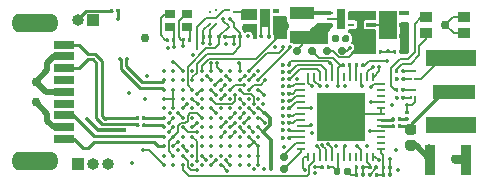
<source format=gbr>
G04 #@! TF.GenerationSoftware,KiCad,Pcbnew,(5.1.6)-1*
G04 #@! TF.CreationDate,2020-09-01T21:00:33-07:00*
G04 #@! TF.ProjectId,MiniDAQ,4d696e69-4441-4512-9e6b-696361645f70,rev?*
G04 #@! TF.SameCoordinates,Original*
G04 #@! TF.FileFunction,Copper,L1,Top*
G04 #@! TF.FilePolarity,Positive*
%FSLAX46Y46*%
G04 Gerber Fmt 4.6, Leading zero omitted, Abs format (unit mm)*
G04 Created by KiCad (PCBNEW (5.1.6)-1) date 2020-09-01 21:00:33*
%MOMM*%
%LPD*%
G01*
G04 APERTURE LIST*
G04 #@! TA.AperFunction,SMDPad,CuDef*
%ADD10C,0.700000*%
G04 #@! TD*
G04 #@! TA.AperFunction,ComponentPad*
%ADD11O,1.000000X1.000000*%
G04 #@! TD*
G04 #@! TA.AperFunction,ComponentPad*
%ADD12R,1.000000X1.000000*%
G04 #@! TD*
G04 #@! TA.AperFunction,SMDPad,CuDef*
%ADD13C,0.350000*%
G04 #@! TD*
G04 #@! TA.AperFunction,SMDPad,CuDef*
%ADD14R,0.520000X0.280000*%
G04 #@! TD*
G04 #@! TA.AperFunction,SMDPad,CuDef*
%ADD15R,0.170000X0.280000*%
G04 #@! TD*
G04 #@! TA.AperFunction,SMDPad,CuDef*
%ADD16R,1.130000X0.970000*%
G04 #@! TD*
G04 #@! TA.AperFunction,SMDPad,CuDef*
%ADD17R,2.120000X1.090000*%
G04 #@! TD*
G04 #@! TA.AperFunction,SMDPad,CuDef*
%ADD18R,0.812800X0.355600*%
G04 #@! TD*
G04 #@! TA.AperFunction,SMDPad,CuDef*
%ADD19R,1.600200X2.489200*%
G04 #@! TD*
G04 #@! TA.AperFunction,SMDPad,CuDef*
%ADD20R,0.775000X0.400000*%
G04 #@! TD*
G04 #@! TA.AperFunction,SMDPad,CuDef*
%ADD21R,0.675000X0.200000*%
G04 #@! TD*
G04 #@! TA.AperFunction,SMDPad,CuDef*
%ADD22R,0.900000X0.800000*%
G04 #@! TD*
G04 #@! TA.AperFunction,SMDPad,CuDef*
%ADD23C,0.270000*%
G04 #@! TD*
G04 #@! TA.AperFunction,SMDPad,CuDef*
%ADD24R,0.800000X1.700000*%
G04 #@! TD*
G04 #@! TA.AperFunction,SMDPad,CuDef*
%ADD25R,0.560000X0.260000*%
G04 #@! TD*
G04 #@! TA.AperFunction,SMDPad,CuDef*
%ADD26R,0.900000X1.600000*%
G04 #@! TD*
G04 #@! TA.AperFunction,SMDPad,CuDef*
%ADD27R,0.510000X0.320000*%
G04 #@! TD*
G04 #@! TA.AperFunction,SMDPad,CuDef*
%ADD28R,4.100000X4.100000*%
G04 #@! TD*
G04 #@! TA.AperFunction,SMDPad,CuDef*
%ADD29R,0.780000X0.260000*%
G04 #@! TD*
G04 #@! TA.AperFunction,SMDPad,CuDef*
%ADD30R,0.260000X0.780000*%
G04 #@! TD*
G04 #@! TA.AperFunction,SMDPad,CuDef*
%ADD31R,0.870000X2.620000*%
G04 #@! TD*
G04 #@! TA.AperFunction,SMDPad,CuDef*
%ADD32R,3.600000X1.270000*%
G04 #@! TD*
G04 #@! TA.AperFunction,SMDPad,CuDef*
%ADD33R,4.200000X1.350000*%
G04 #@! TD*
G04 #@! TA.AperFunction,SMDPad,CuDef*
%ADD34R,1.800000X0.700000*%
G04 #@! TD*
G04 #@! TA.AperFunction,ComponentPad*
%ADD35O,4.000000X1.600000*%
G04 #@! TD*
G04 #@! TA.AperFunction,ViaPad*
%ADD36C,0.350000*%
G04 #@! TD*
G04 #@! TA.AperFunction,ViaPad*
%ADD37C,0.762000*%
G04 #@! TD*
G04 #@! TA.AperFunction,Conductor*
%ADD38C,0.203200*%
G04 #@! TD*
G04 #@! TA.AperFunction,Conductor*
%ADD39C,0.152400*%
G04 #@! TD*
G04 #@! TA.AperFunction,Conductor*
%ADD40C,0.508000*%
G04 #@! TD*
G04 #@! TA.AperFunction,Conductor*
%ADD41C,0.304800*%
G04 #@! TD*
G04 #@! TA.AperFunction,Conductor*
%ADD42C,0.279400*%
G04 #@! TD*
G04 #@! TA.AperFunction,Conductor*
%ADD43C,0.254000*%
G04 #@! TD*
G04 #@! TA.AperFunction,Conductor*
%ADD44C,0.762000*%
G04 #@! TD*
G04 #@! TA.AperFunction,Conductor*
%ADD45C,0.101600*%
G04 #@! TD*
G04 APERTURE END LIST*
D10*
X112355800Y-114001800D03*
X113625800Y-114001800D03*
X111085800Y-114001800D03*
X109815800Y-114001800D03*
X108750000Y-124000000D03*
X108750000Y-123000000D03*
G04 #@! TA.AperFunction,SMDPad,CuDef*
G36*
G01*
X94282400Y-110531100D02*
X94282400Y-110716100D01*
G75*
G02*
X94204900Y-110793600I-77500J0D01*
G01*
X94049900Y-110793600D01*
G75*
G02*
X93972400Y-110716100I0J77500D01*
G01*
X93972400Y-110531100D01*
G75*
G02*
X94049900Y-110453600I77500J0D01*
G01*
X94204900Y-110453600D01*
G75*
G02*
X94282400Y-110531100I0J-77500D01*
G01*
G37*
G04 #@! TD.AperFunction*
G04 #@! TA.AperFunction,SMDPad,CuDef*
G36*
G01*
X94832400Y-110531100D02*
X94832400Y-110716100D01*
G75*
G02*
X94754900Y-110793600I-77500J0D01*
G01*
X94599900Y-110793600D01*
G75*
G02*
X94522400Y-110716100I0J77500D01*
G01*
X94522400Y-110531100D01*
G75*
G02*
X94599900Y-110453600I77500J0D01*
G01*
X94754900Y-110453600D01*
G75*
G02*
X94832400Y-110531100I0J-77500D01*
G01*
G37*
G04 #@! TD.AperFunction*
D11*
X93864600Y-123603000D03*
X92594600Y-123603000D03*
D12*
X91324600Y-123603000D03*
D11*
X91324600Y-111436400D03*
D12*
X92594600Y-111436400D03*
D13*
X106565200Y-115710200D03*
X106565200Y-116510200D03*
X106565200Y-117310200D03*
X106565200Y-118110200D03*
X106565200Y-118910200D03*
X106565200Y-119710200D03*
X106565200Y-120510200D03*
X106565200Y-121310200D03*
X106565200Y-122110200D03*
X106565200Y-122910200D03*
X106565200Y-123710200D03*
X105765200Y-115710200D03*
X105765200Y-116510200D03*
X105765200Y-117310200D03*
X105765200Y-118110200D03*
X105765200Y-118910200D03*
X105765200Y-119710200D03*
X105765200Y-120510200D03*
X105765200Y-121310200D03*
X105765200Y-122110200D03*
X105765200Y-122910200D03*
X105765200Y-123710200D03*
X104965200Y-115710200D03*
X104965200Y-116510200D03*
X104965200Y-117310200D03*
X104965200Y-118110200D03*
X104965200Y-118910200D03*
X104965200Y-119710200D03*
X104965200Y-120510200D03*
X104965200Y-121310200D03*
X104965200Y-122110200D03*
X104965200Y-122910200D03*
X104965200Y-123710200D03*
X104165200Y-115710200D03*
X104165200Y-116510200D03*
X104165200Y-117310200D03*
X104165200Y-118110200D03*
X104165200Y-118910200D03*
X104165200Y-119710200D03*
X104165200Y-120510200D03*
X104165200Y-121310200D03*
X104165200Y-122110200D03*
X104165200Y-122910200D03*
X104165200Y-123710200D03*
X103365200Y-115710200D03*
X103365200Y-116510200D03*
X103365200Y-117310200D03*
X103365200Y-118110200D03*
X103365200Y-118910200D03*
X103365200Y-119710200D03*
X103365200Y-120510200D03*
X103365200Y-121310200D03*
X103365200Y-122110200D03*
X103365200Y-122910200D03*
X103365200Y-123710200D03*
X102565200Y-115710200D03*
X102565200Y-116510200D03*
X102565200Y-117310200D03*
X102565200Y-118110200D03*
X102565200Y-118910200D03*
X102565200Y-119710200D03*
X102565200Y-120510200D03*
X102565200Y-121310200D03*
X102565200Y-122110200D03*
X102565200Y-122910200D03*
X102565200Y-123710200D03*
X101765200Y-115710200D03*
X101765200Y-116510200D03*
X101765200Y-117310200D03*
X101765200Y-118110200D03*
X101765200Y-118910200D03*
X101765200Y-119710200D03*
X101765200Y-120510200D03*
X101765200Y-121310200D03*
X101765200Y-122110200D03*
X101765200Y-122910200D03*
X101765200Y-123710200D03*
X100965200Y-115710200D03*
X100965200Y-116510200D03*
X100965200Y-117310200D03*
X100965200Y-118110200D03*
X100965200Y-118910200D03*
X100965200Y-119710200D03*
X100965200Y-120510200D03*
X100965200Y-121310200D03*
X100965200Y-122110200D03*
X100965200Y-122910200D03*
X100965200Y-123710200D03*
X100165200Y-115710200D03*
X100165200Y-116510200D03*
X100165200Y-117310200D03*
X100165200Y-118110200D03*
X100165200Y-118910200D03*
X100165200Y-119710200D03*
X100165200Y-120510200D03*
X100165200Y-121310200D03*
X100165200Y-122110200D03*
X100165200Y-122910200D03*
X100165200Y-123710200D03*
X99365200Y-115710200D03*
X99365200Y-116510200D03*
X99365200Y-117310200D03*
X99365200Y-118110200D03*
X99365200Y-118910200D03*
X99365200Y-119710200D03*
X99365200Y-120510200D03*
X99365200Y-121310200D03*
X99365200Y-122110200D03*
X99365200Y-122910200D03*
X99365200Y-123710200D03*
X98565200Y-115710200D03*
X98565200Y-116510200D03*
X98565200Y-117310200D03*
X98565200Y-118110200D03*
X98565200Y-118910200D03*
X98565200Y-119710200D03*
X98565200Y-120510200D03*
X98565200Y-121310200D03*
X98565200Y-122110200D03*
X98565200Y-122910200D03*
X98565200Y-123710200D03*
G04 #@! TA.AperFunction,SMDPad,CuDef*
G36*
G01*
X118421800Y-116315700D02*
X118421800Y-116500700D01*
G75*
G02*
X118344300Y-116578200I-77500J0D01*
G01*
X118189300Y-116578200D01*
G75*
G02*
X118111800Y-116500700I0J77500D01*
G01*
X118111800Y-116315700D01*
G75*
G02*
X118189300Y-116238200I77500J0D01*
G01*
X118344300Y-116238200D01*
G75*
G02*
X118421800Y-116315700I0J-77500D01*
G01*
G37*
G04 #@! TD.AperFunction*
G04 #@! TA.AperFunction,SMDPad,CuDef*
G36*
G01*
X118971800Y-116315700D02*
X118971800Y-116500700D01*
G75*
G02*
X118894300Y-116578200I-77500J0D01*
G01*
X118739300Y-116578200D01*
G75*
G02*
X118661800Y-116500700I0J77500D01*
G01*
X118661800Y-116315700D01*
G75*
G02*
X118739300Y-116238200I77500J0D01*
G01*
X118894300Y-116238200D01*
G75*
G02*
X118971800Y-116315700I0J-77500D01*
G01*
G37*
G04 #@! TD.AperFunction*
G04 #@! TA.AperFunction,SMDPad,CuDef*
G36*
G01*
X118421800Y-117890500D02*
X118421800Y-118075500D01*
G75*
G02*
X118344300Y-118153000I-77500J0D01*
G01*
X118189300Y-118153000D01*
G75*
G02*
X118111800Y-118075500I0J77500D01*
G01*
X118111800Y-117890500D01*
G75*
G02*
X118189300Y-117813000I77500J0D01*
G01*
X118344300Y-117813000D01*
G75*
G02*
X118421800Y-117890500I0J-77500D01*
G01*
G37*
G04 #@! TD.AperFunction*
G04 #@! TA.AperFunction,SMDPad,CuDef*
G36*
G01*
X118971800Y-117890500D02*
X118971800Y-118075500D01*
G75*
G02*
X118894300Y-118153000I-77500J0D01*
G01*
X118739300Y-118153000D01*
G75*
G02*
X118661800Y-118075500I0J77500D01*
G01*
X118661800Y-117890500D01*
G75*
G02*
X118739300Y-117813000I77500J0D01*
G01*
X118894300Y-117813000D01*
G75*
G02*
X118971800Y-117890500I0J-77500D01*
G01*
G37*
G04 #@! TD.AperFunction*
G04 #@! TA.AperFunction,SMDPad,CuDef*
G36*
G01*
X118661800Y-115840300D02*
X118661800Y-115655300D01*
G75*
G02*
X118739300Y-115577800I77500J0D01*
G01*
X118894300Y-115577800D01*
G75*
G02*
X118971800Y-115655300I0J-77500D01*
G01*
X118971800Y-115840300D01*
G75*
G02*
X118894300Y-115917800I-77500J0D01*
G01*
X118739300Y-115917800D01*
G75*
G02*
X118661800Y-115840300I0J77500D01*
G01*
G37*
G04 #@! TD.AperFunction*
G04 #@! TA.AperFunction,SMDPad,CuDef*
G36*
G01*
X118111800Y-115840300D02*
X118111800Y-115655300D01*
G75*
G02*
X118189300Y-115577800I77500J0D01*
G01*
X118344300Y-115577800D01*
G75*
G02*
X118421800Y-115655300I0J-77500D01*
G01*
X118421800Y-115840300D01*
G75*
G02*
X118344300Y-115917800I-77500J0D01*
G01*
X118189300Y-115917800D01*
G75*
G02*
X118111800Y-115840300I0J77500D01*
G01*
G37*
G04 #@! TD.AperFunction*
G04 #@! TA.AperFunction,SMDPad,CuDef*
G36*
G01*
X118661800Y-117415100D02*
X118661800Y-117230100D01*
G75*
G02*
X118739300Y-117152600I77500J0D01*
G01*
X118894300Y-117152600D01*
G75*
G02*
X118971800Y-117230100I0J-77500D01*
G01*
X118971800Y-117415100D01*
G75*
G02*
X118894300Y-117492600I-77500J0D01*
G01*
X118739300Y-117492600D01*
G75*
G02*
X118661800Y-117415100I0J77500D01*
G01*
G37*
G04 #@! TD.AperFunction*
G04 #@! TA.AperFunction,SMDPad,CuDef*
G36*
G01*
X118111800Y-117415100D02*
X118111800Y-117230100D01*
G75*
G02*
X118189300Y-117152600I77500J0D01*
G01*
X118344300Y-117152600D01*
G75*
G02*
X118421800Y-117230100I0J-77500D01*
G01*
X118421800Y-117415100D01*
G75*
G02*
X118344300Y-117492600I-77500J0D01*
G01*
X118189300Y-117492600D01*
G75*
G02*
X118111800Y-117415100I0J77500D01*
G01*
G37*
G04 #@! TD.AperFunction*
D14*
X119684800Y-115753000D03*
D15*
X119859800Y-116403000D03*
X119509800Y-116403000D03*
D14*
X119684800Y-117327800D03*
D15*
X119859800Y-117977800D03*
X119509800Y-117977800D03*
D16*
X120787200Y-112551600D03*
X120787200Y-111171600D03*
X123967200Y-111171600D03*
X123967200Y-112551600D03*
D17*
X110261400Y-112876600D03*
X110261400Y-110846600D03*
D18*
X116116000Y-110854999D03*
X116116000Y-111805000D03*
X116116000Y-112755001D03*
X118910000Y-112755001D03*
X118910000Y-111805000D03*
X118910000Y-110854999D03*
D19*
X117513000Y-111805000D03*
D20*
X94202100Y-120751600D03*
D21*
X94152600Y-121251600D03*
X94152600Y-121751600D03*
X95027100Y-121251600D03*
X95027100Y-121751600D03*
X95027100Y-119751600D03*
X95027100Y-120251600D03*
D20*
X94977100Y-120751600D03*
D21*
X94152600Y-120251600D03*
X94152600Y-119751600D03*
D22*
X99096600Y-111979800D03*
X100496600Y-111979800D03*
X100496600Y-110879800D03*
X99096600Y-110879800D03*
D23*
X104029600Y-111977400D03*
X104529600Y-111777400D03*
X104529600Y-110777400D03*
X104079600Y-110577400D03*
X102929600Y-110577400D03*
X102429600Y-110777400D03*
X102929600Y-111777400D03*
X102429600Y-111777400D03*
D24*
X113538000Y-111302800D03*
D25*
X112658000Y-111802800D03*
X112658000Y-111302800D03*
X112658000Y-110802800D03*
X114418000Y-110802800D03*
X114418000Y-111302800D03*
X114418000Y-111802800D03*
D26*
X107111800Y-111277400D03*
D27*
X108016800Y-110627400D03*
X108016800Y-111277400D03*
X108016800Y-111927400D03*
X106206800Y-111927400D03*
X106206800Y-111277400D03*
X106206800Y-110627400D03*
D28*
X113538000Y-119608600D03*
D29*
X116923000Y-116858600D03*
X116923000Y-117358600D03*
X116923000Y-117858600D03*
X116923000Y-118358600D03*
X116923000Y-118858600D03*
X116923000Y-119358600D03*
X116923000Y-119858600D03*
X116923000Y-120358600D03*
X116923000Y-120858600D03*
X116923000Y-121358600D03*
X116923000Y-121858600D03*
X116923000Y-122358600D03*
D30*
X116288000Y-122993600D03*
X115788000Y-122993600D03*
X115288000Y-122993600D03*
X114788000Y-122993600D03*
X114288000Y-122993600D03*
X113788000Y-122993600D03*
X113288000Y-122993600D03*
X112788000Y-122993600D03*
X112288000Y-122993600D03*
X111788000Y-122993600D03*
X111288000Y-122993600D03*
X110788000Y-122993600D03*
D29*
X110153000Y-122358600D03*
X110153000Y-121858600D03*
X110153000Y-121358600D03*
X110153000Y-120858600D03*
X110153000Y-120358600D03*
X110153000Y-119858600D03*
X110153000Y-119358600D03*
X110153000Y-118858600D03*
X110153000Y-118358600D03*
X110153000Y-117858600D03*
X110153000Y-117358600D03*
X110153000Y-116858600D03*
D30*
X110788000Y-116223600D03*
X111288000Y-116223600D03*
X111788000Y-116223600D03*
X112288000Y-116223600D03*
X112788000Y-116223600D03*
X113288000Y-116223600D03*
X113788000Y-116223600D03*
X114288000Y-116223600D03*
X114788000Y-116223600D03*
X115288000Y-116223600D03*
X115788000Y-116223600D03*
X116288000Y-116223600D03*
G04 #@! TA.AperFunction,SMDPad,CuDef*
G36*
G01*
X108769800Y-115731500D02*
X108769800Y-115916500D01*
G75*
G02*
X108692300Y-115994000I-77500J0D01*
G01*
X108537300Y-115994000D01*
G75*
G02*
X108459800Y-115916500I0J77500D01*
G01*
X108459800Y-115731500D01*
G75*
G02*
X108537300Y-115654000I77500J0D01*
G01*
X108692300Y-115654000D01*
G75*
G02*
X108769800Y-115731500I0J-77500D01*
G01*
G37*
G04 #@! TD.AperFunction*
G04 #@! TA.AperFunction,SMDPad,CuDef*
G36*
G01*
X109319800Y-115731500D02*
X109319800Y-115916500D01*
G75*
G02*
X109242300Y-115994000I-77500J0D01*
G01*
X109087300Y-115994000D01*
G75*
G02*
X109009800Y-115916500I0J77500D01*
G01*
X109009800Y-115731500D01*
G75*
G02*
X109087300Y-115654000I77500J0D01*
G01*
X109242300Y-115654000D01*
G75*
G02*
X109319800Y-115731500I0J-77500D01*
G01*
G37*
G04 #@! TD.AperFunction*
G04 #@! TA.AperFunction,SMDPad,CuDef*
G36*
G01*
X108774200Y-116341100D02*
X108774200Y-116526100D01*
G75*
G02*
X108696700Y-116603600I-77500J0D01*
G01*
X108541700Y-116603600D01*
G75*
G02*
X108464200Y-116526100I0J77500D01*
G01*
X108464200Y-116341100D01*
G75*
G02*
X108541700Y-116263600I77500J0D01*
G01*
X108696700Y-116263600D01*
G75*
G02*
X108774200Y-116341100I0J-77500D01*
G01*
G37*
G04 #@! TD.AperFunction*
G04 #@! TA.AperFunction,SMDPad,CuDef*
G36*
G01*
X109324200Y-116341100D02*
X109324200Y-116526100D01*
G75*
G02*
X109246700Y-116603600I-77500J0D01*
G01*
X109091700Y-116603600D01*
G75*
G02*
X109014200Y-116526100I0J77500D01*
G01*
X109014200Y-116341100D01*
G75*
G02*
X109091700Y-116263600I77500J0D01*
G01*
X109246700Y-116263600D01*
G75*
G02*
X109324200Y-116341100I0J-77500D01*
G01*
G37*
G04 #@! TD.AperFunction*
G04 #@! TA.AperFunction,SMDPad,CuDef*
G36*
G01*
X108769800Y-115121900D02*
X108769800Y-115306900D01*
G75*
G02*
X108692300Y-115384400I-77500J0D01*
G01*
X108537300Y-115384400D01*
G75*
G02*
X108459800Y-115306900I0J77500D01*
G01*
X108459800Y-115121900D01*
G75*
G02*
X108537300Y-115044400I77500J0D01*
G01*
X108692300Y-115044400D01*
G75*
G02*
X108769800Y-115121900I0J-77500D01*
G01*
G37*
G04 #@! TD.AperFunction*
G04 #@! TA.AperFunction,SMDPad,CuDef*
G36*
G01*
X109319800Y-115121900D02*
X109319800Y-115306900D01*
G75*
G02*
X109242300Y-115384400I-77500J0D01*
G01*
X109087300Y-115384400D01*
G75*
G02*
X109009800Y-115306900I0J77500D01*
G01*
X109009800Y-115121900D01*
G75*
G02*
X109087300Y-115044400I77500J0D01*
G01*
X109242300Y-115044400D01*
G75*
G02*
X109319800Y-115121900I0J-77500D01*
G01*
G37*
G04 #@! TD.AperFunction*
G04 #@! TA.AperFunction,SMDPad,CuDef*
G36*
G01*
X104865200Y-112919300D02*
X104865200Y-112734300D01*
G75*
G02*
X104942700Y-112656800I77500J0D01*
G01*
X105097700Y-112656800D01*
G75*
G02*
X105175200Y-112734300I0J-77500D01*
G01*
X105175200Y-112919300D01*
G75*
G02*
X105097700Y-112996800I-77500J0D01*
G01*
X104942700Y-112996800D01*
G75*
G02*
X104865200Y-112919300I0J77500D01*
G01*
G37*
G04 #@! TD.AperFunction*
G04 #@! TA.AperFunction,SMDPad,CuDef*
G36*
G01*
X104315200Y-112919300D02*
X104315200Y-112734300D01*
G75*
G02*
X104392700Y-112656800I77500J0D01*
G01*
X104547700Y-112656800D01*
G75*
G02*
X104625200Y-112734300I0J-77500D01*
G01*
X104625200Y-112919300D01*
G75*
G02*
X104547700Y-112996800I-77500J0D01*
G01*
X104392700Y-112996800D01*
G75*
G02*
X104315200Y-112919300I0J77500D01*
G01*
G37*
G04 #@! TD.AperFunction*
G04 #@! TA.AperFunction,SMDPad,CuDef*
G36*
G01*
X103359600Y-112734300D02*
X103359600Y-112919300D01*
G75*
G02*
X103282100Y-112996800I-77500J0D01*
G01*
X103127100Y-112996800D01*
G75*
G02*
X103049600Y-112919300I0J77500D01*
G01*
X103049600Y-112734300D01*
G75*
G02*
X103127100Y-112656800I77500J0D01*
G01*
X103282100Y-112656800D01*
G75*
G02*
X103359600Y-112734300I0J-77500D01*
G01*
G37*
G04 #@! TD.AperFunction*
G04 #@! TA.AperFunction,SMDPad,CuDef*
G36*
G01*
X103909600Y-112734300D02*
X103909600Y-112919300D01*
G75*
G02*
X103832100Y-112996800I-77500J0D01*
G01*
X103677100Y-112996800D01*
G75*
G02*
X103599600Y-112919300I0J77500D01*
G01*
X103599600Y-112734300D01*
G75*
G02*
X103677100Y-112656800I77500J0D01*
G01*
X103832100Y-112656800D01*
G75*
G02*
X103909600Y-112734300I0J-77500D01*
G01*
G37*
G04 #@! TD.AperFunction*
G04 #@! TA.AperFunction,SMDPad,CuDef*
G36*
G01*
X108769800Y-116950700D02*
X108769800Y-117135700D01*
G75*
G02*
X108692300Y-117213200I-77500J0D01*
G01*
X108537300Y-117213200D01*
G75*
G02*
X108459800Y-117135700I0J77500D01*
G01*
X108459800Y-116950700D01*
G75*
G02*
X108537300Y-116873200I77500J0D01*
G01*
X108692300Y-116873200D01*
G75*
G02*
X108769800Y-116950700I0J-77500D01*
G01*
G37*
G04 #@! TD.AperFunction*
G04 #@! TA.AperFunction,SMDPad,CuDef*
G36*
G01*
X109319800Y-116950700D02*
X109319800Y-117135700D01*
G75*
G02*
X109242300Y-117213200I-77500J0D01*
G01*
X109087300Y-117213200D01*
G75*
G02*
X109009800Y-117135700I0J77500D01*
G01*
X109009800Y-116950700D01*
G75*
G02*
X109087300Y-116873200I77500J0D01*
G01*
X109242300Y-116873200D01*
G75*
G02*
X109319800Y-116950700I0J-77500D01*
G01*
G37*
G04 #@! TD.AperFunction*
G04 #@! TA.AperFunction,SMDPad,CuDef*
G36*
G01*
X108769800Y-117560300D02*
X108769800Y-117745300D01*
G75*
G02*
X108692300Y-117822800I-77500J0D01*
G01*
X108537300Y-117822800D01*
G75*
G02*
X108459800Y-117745300I0J77500D01*
G01*
X108459800Y-117560300D01*
G75*
G02*
X108537300Y-117482800I77500J0D01*
G01*
X108692300Y-117482800D01*
G75*
G02*
X108769800Y-117560300I0J-77500D01*
G01*
G37*
G04 #@! TD.AperFunction*
G04 #@! TA.AperFunction,SMDPad,CuDef*
G36*
G01*
X109319800Y-117560300D02*
X109319800Y-117745300D01*
G75*
G02*
X109242300Y-117822800I-77500J0D01*
G01*
X109087300Y-117822800D01*
G75*
G02*
X109009800Y-117745300I0J77500D01*
G01*
X109009800Y-117560300D01*
G75*
G02*
X109087300Y-117482800I77500J0D01*
G01*
X109242300Y-117482800D01*
G75*
G02*
X109319800Y-117560300I0J-77500D01*
G01*
G37*
G04 #@! TD.AperFunction*
G04 #@! TA.AperFunction,SMDPad,CuDef*
G36*
G01*
X108769800Y-118169900D02*
X108769800Y-118354900D01*
G75*
G02*
X108692300Y-118432400I-77500J0D01*
G01*
X108537300Y-118432400D01*
G75*
G02*
X108459800Y-118354900I0J77500D01*
G01*
X108459800Y-118169900D01*
G75*
G02*
X108537300Y-118092400I77500J0D01*
G01*
X108692300Y-118092400D01*
G75*
G02*
X108769800Y-118169900I0J-77500D01*
G01*
G37*
G04 #@! TD.AperFunction*
G04 #@! TA.AperFunction,SMDPad,CuDef*
G36*
G01*
X109319800Y-118169900D02*
X109319800Y-118354900D01*
G75*
G02*
X109242300Y-118432400I-77500J0D01*
G01*
X109087300Y-118432400D01*
G75*
G02*
X109009800Y-118354900I0J77500D01*
G01*
X109009800Y-118169900D01*
G75*
G02*
X109087300Y-118092400I77500J0D01*
G01*
X109242300Y-118092400D01*
G75*
G02*
X109319800Y-118169900I0J-77500D01*
G01*
G37*
G04 #@! TD.AperFunction*
G04 #@! TA.AperFunction,SMDPad,CuDef*
G36*
G01*
X108774200Y-118804900D02*
X108774200Y-118989900D01*
G75*
G02*
X108696700Y-119067400I-77500J0D01*
G01*
X108541700Y-119067400D01*
G75*
G02*
X108464200Y-118989900I0J77500D01*
G01*
X108464200Y-118804900D01*
G75*
G02*
X108541700Y-118727400I77500J0D01*
G01*
X108696700Y-118727400D01*
G75*
G02*
X108774200Y-118804900I0J-77500D01*
G01*
G37*
G04 #@! TD.AperFunction*
G04 #@! TA.AperFunction,SMDPad,CuDef*
G36*
G01*
X109324200Y-118804900D02*
X109324200Y-118989900D01*
G75*
G02*
X109246700Y-119067400I-77500J0D01*
G01*
X109091700Y-119067400D01*
G75*
G02*
X109014200Y-118989900I0J77500D01*
G01*
X109014200Y-118804900D01*
G75*
G02*
X109091700Y-118727400I77500J0D01*
G01*
X109246700Y-118727400D01*
G75*
G02*
X109324200Y-118804900I0J-77500D01*
G01*
G37*
G04 #@! TD.AperFunction*
G04 #@! TA.AperFunction,SMDPad,CuDef*
G36*
G01*
X108769800Y-119414500D02*
X108769800Y-119599500D01*
G75*
G02*
X108692300Y-119677000I-77500J0D01*
G01*
X108537300Y-119677000D01*
G75*
G02*
X108459800Y-119599500I0J77500D01*
G01*
X108459800Y-119414500D01*
G75*
G02*
X108537300Y-119337000I77500J0D01*
G01*
X108692300Y-119337000D01*
G75*
G02*
X108769800Y-119414500I0J-77500D01*
G01*
G37*
G04 #@! TD.AperFunction*
G04 #@! TA.AperFunction,SMDPad,CuDef*
G36*
G01*
X109319800Y-119414500D02*
X109319800Y-119599500D01*
G75*
G02*
X109242300Y-119677000I-77500J0D01*
G01*
X109087300Y-119677000D01*
G75*
G02*
X109009800Y-119599500I0J77500D01*
G01*
X109009800Y-119414500D01*
G75*
G02*
X109087300Y-119337000I77500J0D01*
G01*
X109242300Y-119337000D01*
G75*
G02*
X109319800Y-119414500I0J-77500D01*
G01*
G37*
G04 #@! TD.AperFunction*
G04 #@! TA.AperFunction,SMDPad,CuDef*
G36*
G01*
X108769800Y-120024100D02*
X108769800Y-120209100D01*
G75*
G02*
X108692300Y-120286600I-77500J0D01*
G01*
X108537300Y-120286600D01*
G75*
G02*
X108459800Y-120209100I0J77500D01*
G01*
X108459800Y-120024100D01*
G75*
G02*
X108537300Y-119946600I77500J0D01*
G01*
X108692300Y-119946600D01*
G75*
G02*
X108769800Y-120024100I0J-77500D01*
G01*
G37*
G04 #@! TD.AperFunction*
G04 #@! TA.AperFunction,SMDPad,CuDef*
G36*
G01*
X109319800Y-120024100D02*
X109319800Y-120209100D01*
G75*
G02*
X109242300Y-120286600I-77500J0D01*
G01*
X109087300Y-120286600D01*
G75*
G02*
X109009800Y-120209100I0J77500D01*
G01*
X109009800Y-120024100D01*
G75*
G02*
X109087300Y-119946600I77500J0D01*
G01*
X109242300Y-119946600D01*
G75*
G02*
X109319800Y-120024100I0J-77500D01*
G01*
G37*
G04 #@! TD.AperFunction*
G04 #@! TA.AperFunction,SMDPad,CuDef*
G36*
G01*
X108769800Y-120659100D02*
X108769800Y-120844100D01*
G75*
G02*
X108692300Y-120921600I-77500J0D01*
G01*
X108537300Y-120921600D01*
G75*
G02*
X108459800Y-120844100I0J77500D01*
G01*
X108459800Y-120659100D01*
G75*
G02*
X108537300Y-120581600I77500J0D01*
G01*
X108692300Y-120581600D01*
G75*
G02*
X108769800Y-120659100I0J-77500D01*
G01*
G37*
G04 #@! TD.AperFunction*
G04 #@! TA.AperFunction,SMDPad,CuDef*
G36*
G01*
X109319800Y-120659100D02*
X109319800Y-120844100D01*
G75*
G02*
X109242300Y-120921600I-77500J0D01*
G01*
X109087300Y-120921600D01*
G75*
G02*
X109009800Y-120844100I0J77500D01*
G01*
X109009800Y-120659100D01*
G75*
G02*
X109087300Y-120581600I77500J0D01*
G01*
X109242300Y-120581600D01*
G75*
G02*
X109319800Y-120659100I0J-77500D01*
G01*
G37*
G04 #@! TD.AperFunction*
G04 #@! TA.AperFunction,SMDPad,CuDef*
G36*
G01*
X108774200Y-121319500D02*
X108774200Y-121504500D01*
G75*
G02*
X108696700Y-121582000I-77500J0D01*
G01*
X108541700Y-121582000D01*
G75*
G02*
X108464200Y-121504500I0J77500D01*
G01*
X108464200Y-121319500D01*
G75*
G02*
X108541700Y-121242000I77500J0D01*
G01*
X108696700Y-121242000D01*
G75*
G02*
X108774200Y-121319500I0J-77500D01*
G01*
G37*
G04 #@! TD.AperFunction*
G04 #@! TA.AperFunction,SMDPad,CuDef*
G36*
G01*
X109324200Y-121319500D02*
X109324200Y-121504500D01*
G75*
G02*
X109246700Y-121582000I-77500J0D01*
G01*
X109091700Y-121582000D01*
G75*
G02*
X109014200Y-121504500I0J77500D01*
G01*
X109014200Y-121319500D01*
G75*
G02*
X109091700Y-121242000I77500J0D01*
G01*
X109246700Y-121242000D01*
G75*
G02*
X109324200Y-121319500I0J-77500D01*
G01*
G37*
G04 #@! TD.AperFunction*
G04 #@! TA.AperFunction,SMDPad,CuDef*
G36*
G01*
X115018200Y-124418300D02*
X115018200Y-124603300D01*
G75*
G02*
X114940700Y-124680800I-77500J0D01*
G01*
X114785700Y-124680800D01*
G75*
G02*
X114708200Y-124603300I0J77500D01*
G01*
X114708200Y-124418300D01*
G75*
G02*
X114785700Y-124340800I77500J0D01*
G01*
X114940700Y-124340800D01*
G75*
G02*
X115018200Y-124418300I0J-77500D01*
G01*
G37*
G04 #@! TD.AperFunction*
G04 #@! TA.AperFunction,SMDPad,CuDef*
G36*
G01*
X115568200Y-124418300D02*
X115568200Y-124603300D01*
G75*
G02*
X115490700Y-124680800I-77500J0D01*
G01*
X115335700Y-124680800D01*
G75*
G02*
X115258200Y-124603300I0J77500D01*
G01*
X115258200Y-124418300D01*
G75*
G02*
X115335700Y-124340800I77500J0D01*
G01*
X115490700Y-124340800D01*
G75*
G02*
X115568200Y-124418300I0J-77500D01*
G01*
G37*
G04 #@! TD.AperFunction*
G04 #@! TA.AperFunction,SMDPad,CuDef*
G36*
G01*
X119218500Y-119412400D02*
X119033500Y-119412400D01*
G75*
G02*
X118956000Y-119334900I0J77500D01*
G01*
X118956000Y-119179900D01*
G75*
G02*
X119033500Y-119102400I77500J0D01*
G01*
X119218500Y-119102400D01*
G75*
G02*
X119296000Y-119179900I0J-77500D01*
G01*
X119296000Y-119334900D01*
G75*
G02*
X119218500Y-119412400I-77500J0D01*
G01*
G37*
G04 #@! TD.AperFunction*
G04 #@! TA.AperFunction,SMDPad,CuDef*
G36*
G01*
X119218500Y-119962400D02*
X119033500Y-119962400D01*
G75*
G02*
X118956000Y-119884900I0J77500D01*
G01*
X118956000Y-119729900D01*
G75*
G02*
X119033500Y-119652400I77500J0D01*
G01*
X119218500Y-119652400D01*
G75*
G02*
X119296000Y-119729900I0J-77500D01*
G01*
X119296000Y-119884900D01*
G75*
G02*
X119218500Y-119962400I-77500J0D01*
G01*
G37*
G04 #@! TD.AperFunction*
G04 #@! TA.AperFunction,SMDPad,CuDef*
G36*
G01*
X116161200Y-123808700D02*
X116161200Y-123993700D01*
G75*
G02*
X116083700Y-124071200I-77500J0D01*
G01*
X115928700Y-124071200D01*
G75*
G02*
X115851200Y-123993700I0J77500D01*
G01*
X115851200Y-123808700D01*
G75*
G02*
X115928700Y-123731200I77500J0D01*
G01*
X116083700Y-123731200D01*
G75*
G02*
X116161200Y-123808700I0J-77500D01*
G01*
G37*
G04 #@! TD.AperFunction*
G04 #@! TA.AperFunction,SMDPad,CuDef*
G36*
G01*
X116711200Y-123808700D02*
X116711200Y-123993700D01*
G75*
G02*
X116633700Y-124071200I-77500J0D01*
G01*
X116478700Y-124071200D01*
G75*
G02*
X116401200Y-123993700I0J77500D01*
G01*
X116401200Y-123808700D01*
G75*
G02*
X116478700Y-123731200I77500J0D01*
G01*
X116633700Y-123731200D01*
G75*
G02*
X116711200Y-123808700I0J-77500D01*
G01*
G37*
G04 #@! TD.AperFunction*
G04 #@! TA.AperFunction,SMDPad,CuDef*
G36*
G01*
X117544200Y-124603300D02*
X117544200Y-124418300D01*
G75*
G02*
X117621700Y-124340800I77500J0D01*
G01*
X117776700Y-124340800D01*
G75*
G02*
X117854200Y-124418300I0J-77500D01*
G01*
X117854200Y-124603300D01*
G75*
G02*
X117776700Y-124680800I-77500J0D01*
G01*
X117621700Y-124680800D01*
G75*
G02*
X117544200Y-124603300I0J77500D01*
G01*
G37*
G04 #@! TD.AperFunction*
G04 #@! TA.AperFunction,SMDPad,CuDef*
G36*
G01*
X116994200Y-124603300D02*
X116994200Y-124418300D01*
G75*
G02*
X117071700Y-124340800I77500J0D01*
G01*
X117226700Y-124340800D01*
G75*
G02*
X117304200Y-124418300I0J-77500D01*
G01*
X117304200Y-124603300D01*
G75*
G02*
X117226700Y-124680800I-77500J0D01*
G01*
X117071700Y-124680800D01*
G75*
G02*
X116994200Y-124603300I0J77500D01*
G01*
G37*
G04 #@! TD.AperFunction*
G04 #@! TA.AperFunction,SMDPad,CuDef*
G36*
G01*
X116405600Y-124603300D02*
X116405600Y-124418300D01*
G75*
G02*
X116483100Y-124340800I77500J0D01*
G01*
X116638100Y-124340800D01*
G75*
G02*
X116715600Y-124418300I0J-77500D01*
G01*
X116715600Y-124603300D01*
G75*
G02*
X116638100Y-124680800I-77500J0D01*
G01*
X116483100Y-124680800D01*
G75*
G02*
X116405600Y-124603300I0J77500D01*
G01*
G37*
G04 #@! TD.AperFunction*
G04 #@! TA.AperFunction,SMDPad,CuDef*
G36*
G01*
X115855600Y-124603300D02*
X115855600Y-124418300D01*
G75*
G02*
X115933100Y-124340800I77500J0D01*
G01*
X116088100Y-124340800D01*
G75*
G02*
X116165600Y-124418300I0J-77500D01*
G01*
X116165600Y-124603300D01*
G75*
G02*
X116088100Y-124680800I-77500J0D01*
G01*
X115933100Y-124680800D01*
G75*
G02*
X115855600Y-124603300I0J77500D01*
G01*
G37*
G04 #@! TD.AperFunction*
G04 #@! TA.AperFunction,SMDPad,CuDef*
G36*
G01*
X115018200Y-115147300D02*
X115018200Y-115332300D01*
G75*
G02*
X114940700Y-115409800I-77500J0D01*
G01*
X114785700Y-115409800D01*
G75*
G02*
X114708200Y-115332300I0J77500D01*
G01*
X114708200Y-115147300D01*
G75*
G02*
X114785700Y-115069800I77500J0D01*
G01*
X114940700Y-115069800D01*
G75*
G02*
X115018200Y-115147300I0J-77500D01*
G01*
G37*
G04 #@! TD.AperFunction*
G04 #@! TA.AperFunction,SMDPad,CuDef*
G36*
G01*
X115568200Y-115147300D02*
X115568200Y-115332300D01*
G75*
G02*
X115490700Y-115409800I-77500J0D01*
G01*
X115335700Y-115409800D01*
G75*
G02*
X115258200Y-115332300I0J77500D01*
G01*
X115258200Y-115147300D01*
G75*
G02*
X115335700Y-115069800I77500J0D01*
G01*
X115490700Y-115069800D01*
G75*
G02*
X115568200Y-115147300I0J-77500D01*
G01*
G37*
G04 #@! TD.AperFunction*
G04 #@! TA.AperFunction,SMDPad,CuDef*
G36*
G01*
X114120000Y-115342500D02*
X114120000Y-115157500D01*
G75*
G02*
X114197500Y-115080000I77500J0D01*
G01*
X114352500Y-115080000D01*
G75*
G02*
X114430000Y-115157500I0J-77500D01*
G01*
X114430000Y-115342500D01*
G75*
G02*
X114352500Y-115420000I-77500J0D01*
G01*
X114197500Y-115420000D01*
G75*
G02*
X114120000Y-115342500I0J77500D01*
G01*
G37*
G04 #@! TD.AperFunction*
G04 #@! TA.AperFunction,SMDPad,CuDef*
G36*
G01*
X113570000Y-115342500D02*
X113570000Y-115157500D01*
G75*
G02*
X113647500Y-115080000I77500J0D01*
G01*
X113802500Y-115080000D01*
G75*
G02*
X113880000Y-115157500I0J-77500D01*
G01*
X113880000Y-115342500D01*
G75*
G02*
X113802500Y-115420000I-77500J0D01*
G01*
X113647500Y-115420000D01*
G75*
G02*
X113570000Y-115342500I0J77500D01*
G01*
G37*
G04 #@! TD.AperFunction*
G04 #@! TA.AperFunction,SMDPad,CuDef*
G36*
G01*
X112337200Y-123993700D02*
X112337200Y-123808700D01*
G75*
G02*
X112414700Y-123731200I77500J0D01*
G01*
X112569700Y-123731200D01*
G75*
G02*
X112647200Y-123808700I0J-77500D01*
G01*
X112647200Y-123993700D01*
G75*
G02*
X112569700Y-124071200I-77500J0D01*
G01*
X112414700Y-124071200D01*
G75*
G02*
X112337200Y-123993700I0J77500D01*
G01*
G37*
G04 #@! TD.AperFunction*
G04 #@! TA.AperFunction,SMDPad,CuDef*
G36*
G01*
X111787200Y-123993700D02*
X111787200Y-123808700D01*
G75*
G02*
X111864700Y-123731200I77500J0D01*
G01*
X112019700Y-123731200D01*
G75*
G02*
X112097200Y-123808700I0J-77500D01*
G01*
X112097200Y-123993700D01*
G75*
G02*
X112019700Y-124071200I-77500J0D01*
G01*
X111864700Y-124071200D01*
G75*
G02*
X111787200Y-123993700I0J77500D01*
G01*
G37*
G04 #@! TD.AperFunction*
D31*
X124130800Y-123240800D03*
X121080800Y-123240800D03*
G04 #@! TA.AperFunction,SMDPad,CuDef*
G36*
G01*
X119218700Y-121581200D02*
X119693700Y-121581200D01*
G75*
G02*
X119916200Y-121803700I0J-222500D01*
G01*
X119916200Y-122248700D01*
G75*
G02*
X119693700Y-122471200I-222500J0D01*
G01*
X119218700Y-122471200D01*
G75*
G02*
X118996200Y-122248700I0J222500D01*
G01*
X118996200Y-121803700D01*
G75*
G02*
X119218700Y-121581200I222500J0D01*
G01*
G37*
G04 #@! TD.AperFunction*
G04 #@! TA.AperFunction,SMDPad,CuDef*
G36*
G01*
X119218700Y-120251200D02*
X119693700Y-120251200D01*
G75*
G02*
X119916200Y-120473700I0J-222500D01*
G01*
X119916200Y-120918700D01*
G75*
G02*
X119693700Y-121141200I-222500J0D01*
G01*
X119218700Y-121141200D01*
G75*
G02*
X118996200Y-120918700I0J222500D01*
G01*
X118996200Y-120473700D01*
G75*
G02*
X119218700Y-120251200I222500J0D01*
G01*
G37*
G04 #@! TD.AperFunction*
D32*
X123085200Y-117500400D03*
D33*
X122885200Y-114675400D03*
X122885200Y-120325400D03*
D34*
X90116200Y-121500000D03*
X90116200Y-120500000D03*
X90116200Y-119500000D03*
X90116200Y-118500000D03*
X90116200Y-117500000D03*
X90116200Y-116500000D03*
X90116200Y-115500000D03*
X90116200Y-114500000D03*
X90116200Y-113500000D03*
D35*
X87666200Y-123350000D03*
X87666200Y-111650000D03*
G04 #@! TA.AperFunction,SMDPad,CuDef*
G36*
G01*
X118244000Y-114004300D02*
X118244000Y-114189300D01*
G75*
G02*
X118166500Y-114266800I-77500J0D01*
G01*
X118011500Y-114266800D01*
G75*
G02*
X117934000Y-114189300I0J77500D01*
G01*
X117934000Y-114004300D01*
G75*
G02*
X118011500Y-113926800I77500J0D01*
G01*
X118166500Y-113926800D01*
G75*
G02*
X118244000Y-114004300I0J-77500D01*
G01*
G37*
G04 #@! TD.AperFunction*
G04 #@! TA.AperFunction,SMDPad,CuDef*
G36*
G01*
X118794000Y-114004300D02*
X118794000Y-114189300D01*
G75*
G02*
X118716500Y-114266800I-77500J0D01*
G01*
X118561500Y-114266800D01*
G75*
G02*
X118484000Y-114189300I0J77500D01*
G01*
X118484000Y-114004300D01*
G75*
G02*
X118561500Y-113926800I77500J0D01*
G01*
X118716500Y-113926800D01*
G75*
G02*
X118794000Y-114004300I0J-77500D01*
G01*
G37*
G04 #@! TD.AperFunction*
G04 #@! TA.AperFunction,SMDPad,CuDef*
G36*
G01*
X116731400Y-114189300D02*
X116731400Y-114004300D01*
G75*
G02*
X116808900Y-113926800I77500J0D01*
G01*
X116963900Y-113926800D01*
G75*
G02*
X117041400Y-114004300I0J-77500D01*
G01*
X117041400Y-114189300D01*
G75*
G02*
X116963900Y-114266800I-77500J0D01*
G01*
X116808900Y-114266800D01*
G75*
G02*
X116731400Y-114189300I0J77500D01*
G01*
G37*
G04 #@! TD.AperFunction*
G04 #@! TA.AperFunction,SMDPad,CuDef*
G36*
G01*
X116181400Y-114189300D02*
X116181400Y-114004300D01*
G75*
G02*
X116258900Y-113926800I77500J0D01*
G01*
X116413900Y-113926800D01*
G75*
G02*
X116491400Y-114004300I0J-77500D01*
G01*
X116491400Y-114189300D01*
G75*
G02*
X116413900Y-114266800I-77500J0D01*
G01*
X116258900Y-114266800D01*
G75*
G02*
X116181400Y-114189300I0J77500D01*
G01*
G37*
G04 #@! TD.AperFunction*
G04 #@! TA.AperFunction,SMDPad,CuDef*
G36*
G01*
X112778600Y-113163400D02*
X112778600Y-112823400D01*
G75*
G02*
X112923600Y-112678400I145000J0D01*
G01*
X113213600Y-112678400D01*
G75*
G02*
X113358600Y-112823400I0J-145000D01*
G01*
X113358600Y-113163400D01*
G75*
G02*
X113213600Y-113308400I-145000J0D01*
G01*
X112923600Y-113308400D01*
G75*
G02*
X112778600Y-113163400I0J145000D01*
G01*
G37*
G04 #@! TD.AperFunction*
G04 #@! TA.AperFunction,SMDPad,CuDef*
G36*
G01*
X111888600Y-113163400D02*
X111888600Y-112823400D01*
G75*
G02*
X112033600Y-112678400I145000J0D01*
G01*
X112323600Y-112678400D01*
G75*
G02*
X112468600Y-112823400I0J-145000D01*
G01*
X112468600Y-113163400D01*
G75*
G02*
X112323600Y-113308400I-145000J0D01*
G01*
X112033600Y-113308400D01*
G75*
G02*
X111888600Y-113163400I0J145000D01*
G01*
G37*
G04 #@! TD.AperFunction*
G04 #@! TA.AperFunction,SMDPad,CuDef*
G36*
G01*
X114246600Y-112834600D02*
X114246600Y-113174600D01*
G75*
G02*
X114101600Y-113319600I-145000J0D01*
G01*
X113811600Y-113319600D01*
G75*
G02*
X113666600Y-113174600I0J145000D01*
G01*
X113666600Y-112834600D01*
G75*
G02*
X113811600Y-112689600I145000J0D01*
G01*
X114101600Y-112689600D01*
G75*
G02*
X114246600Y-112834600I0J-145000D01*
G01*
G37*
G04 #@! TD.AperFunction*
G04 #@! TA.AperFunction,SMDPad,CuDef*
G36*
G01*
X115136600Y-112834600D02*
X115136600Y-113174600D01*
G75*
G02*
X114991600Y-113319600I-145000J0D01*
G01*
X114701600Y-113319600D01*
G75*
G02*
X114556600Y-113174600I0J145000D01*
G01*
X114556600Y-112834600D01*
G75*
G02*
X114701600Y-112689600I145000J0D01*
G01*
X114991600Y-112689600D01*
G75*
G02*
X115136600Y-112834600I0J-145000D01*
G01*
G37*
G04 #@! TD.AperFunction*
G04 #@! TA.AperFunction,SMDPad,CuDef*
G36*
G01*
X102304200Y-112919300D02*
X102304200Y-112734300D01*
G75*
G02*
X102381700Y-112656800I77500J0D01*
G01*
X102536700Y-112656800D01*
G75*
G02*
X102614200Y-112734300I0J-77500D01*
G01*
X102614200Y-112919300D01*
G75*
G02*
X102536700Y-112996800I-77500J0D01*
G01*
X102381700Y-112996800D01*
G75*
G02*
X102304200Y-112919300I0J77500D01*
G01*
G37*
G04 #@! TD.AperFunction*
G04 #@! TA.AperFunction,SMDPad,CuDef*
G36*
G01*
X101754200Y-112919300D02*
X101754200Y-112734300D01*
G75*
G02*
X101831700Y-112656800I77500J0D01*
G01*
X101986700Y-112656800D01*
G75*
G02*
X102064200Y-112734300I0J-77500D01*
G01*
X102064200Y-112919300D01*
G75*
G02*
X101986700Y-112996800I-77500J0D01*
G01*
X101831700Y-112996800D01*
G75*
G02*
X101754200Y-112919300I0J77500D01*
G01*
G37*
G04 #@! TD.AperFunction*
G04 #@! TA.AperFunction,SMDPad,CuDef*
G36*
G01*
X98990800Y-113039100D02*
X98990800Y-113224100D01*
G75*
G02*
X98913300Y-113301600I-77500J0D01*
G01*
X98758300Y-113301600D01*
G75*
G02*
X98680800Y-113224100I0J77500D01*
G01*
X98680800Y-113039100D01*
G75*
G02*
X98758300Y-112961600I77500J0D01*
G01*
X98913300Y-112961600D01*
G75*
G02*
X98990800Y-113039100I0J-77500D01*
G01*
G37*
G04 #@! TD.AperFunction*
G04 #@! TA.AperFunction,SMDPad,CuDef*
G36*
G01*
X99540800Y-113039100D02*
X99540800Y-113224100D01*
G75*
G02*
X99463300Y-113301600I-77500J0D01*
G01*
X99308300Y-113301600D01*
G75*
G02*
X99230800Y-113224100I0J77500D01*
G01*
X99230800Y-113039100D01*
G75*
G02*
X99308300Y-112961600I77500J0D01*
G01*
X99463300Y-112961600D01*
G75*
G02*
X99540800Y-113039100I0J-77500D01*
G01*
G37*
G04 #@! TD.AperFunction*
G04 #@! TA.AperFunction,SMDPad,CuDef*
G36*
G01*
X100577000Y-113198700D02*
X100577000Y-113013700D01*
G75*
G02*
X100654500Y-112936200I77500J0D01*
G01*
X100809500Y-112936200D01*
G75*
G02*
X100887000Y-113013700I0J-77500D01*
G01*
X100887000Y-113198700D01*
G75*
G02*
X100809500Y-113276200I-77500J0D01*
G01*
X100654500Y-113276200D01*
G75*
G02*
X100577000Y-113198700I0J77500D01*
G01*
G37*
G04 #@! TD.AperFunction*
G04 #@! TA.AperFunction,SMDPad,CuDef*
G36*
G01*
X100027000Y-113198700D02*
X100027000Y-113013700D01*
G75*
G02*
X100104500Y-112936200I77500J0D01*
G01*
X100259500Y-112936200D01*
G75*
G02*
X100337000Y-113013700I0J-77500D01*
G01*
X100337000Y-113198700D01*
G75*
G02*
X100259500Y-113276200I-77500J0D01*
G01*
X100104500Y-113276200D01*
G75*
G02*
X100027000Y-113198700I0J77500D01*
G01*
G37*
G04 #@! TD.AperFunction*
G04 #@! TA.AperFunction,SMDPad,CuDef*
G36*
G01*
X96480600Y-120252700D02*
X96480600Y-120437700D01*
G75*
G02*
X96403100Y-120515200I-77500J0D01*
G01*
X96248100Y-120515200D01*
G75*
G02*
X96170600Y-120437700I0J77500D01*
G01*
X96170600Y-120252700D01*
G75*
G02*
X96248100Y-120175200I77500J0D01*
G01*
X96403100Y-120175200D01*
G75*
G02*
X96480600Y-120252700I0J-77500D01*
G01*
G37*
G04 #@! TD.AperFunction*
G04 #@! TA.AperFunction,SMDPad,CuDef*
G36*
G01*
X97030600Y-120252700D02*
X97030600Y-120437700D01*
G75*
G02*
X96953100Y-120515200I-77500J0D01*
G01*
X96798100Y-120515200D01*
G75*
G02*
X96720600Y-120437700I0J77500D01*
G01*
X96720600Y-120252700D01*
G75*
G02*
X96798100Y-120175200I77500J0D01*
G01*
X96953100Y-120175200D01*
G75*
G02*
X97030600Y-120252700I0J-77500D01*
G01*
G37*
G04 #@! TD.AperFunction*
G04 #@! TA.AperFunction,SMDPad,CuDef*
G36*
G01*
X96455200Y-119617700D02*
X96455200Y-119802700D01*
G75*
G02*
X96377700Y-119880200I-77500J0D01*
G01*
X96222700Y-119880200D01*
G75*
G02*
X96145200Y-119802700I0J77500D01*
G01*
X96145200Y-119617700D01*
G75*
G02*
X96222700Y-119540200I77500J0D01*
G01*
X96377700Y-119540200D01*
G75*
G02*
X96455200Y-119617700I0J-77500D01*
G01*
G37*
G04 #@! TD.AperFunction*
G04 #@! TA.AperFunction,SMDPad,CuDef*
G36*
G01*
X97005200Y-119617700D02*
X97005200Y-119802700D01*
G75*
G02*
X96927700Y-119880200I-77500J0D01*
G01*
X96772700Y-119880200D01*
G75*
G02*
X96695200Y-119802700I0J77500D01*
G01*
X96695200Y-119617700D01*
G75*
G02*
X96772700Y-119540200I77500J0D01*
G01*
X96927700Y-119540200D01*
G75*
G02*
X97005200Y-119617700I0J-77500D01*
G01*
G37*
G04 #@! TD.AperFunction*
G04 #@! TA.AperFunction,SMDPad,CuDef*
G36*
G01*
X107626800Y-112734300D02*
X107626800Y-112919300D01*
G75*
G02*
X107549300Y-112996800I-77500J0D01*
G01*
X107394300Y-112996800D01*
G75*
G02*
X107316800Y-112919300I0J77500D01*
G01*
X107316800Y-112734300D01*
G75*
G02*
X107394300Y-112656800I77500J0D01*
G01*
X107549300Y-112656800D01*
G75*
G02*
X107626800Y-112734300I0J-77500D01*
G01*
G37*
G04 #@! TD.AperFunction*
G04 #@! TA.AperFunction,SMDPad,CuDef*
G36*
G01*
X108176800Y-112734300D02*
X108176800Y-112919300D01*
G75*
G02*
X108099300Y-112996800I-77500J0D01*
G01*
X107944300Y-112996800D01*
G75*
G02*
X107866800Y-112919300I0J77500D01*
G01*
X107866800Y-112734300D01*
G75*
G02*
X107944300Y-112656800I77500J0D01*
G01*
X108099300Y-112656800D01*
G75*
G02*
X108176800Y-112734300I0J-77500D01*
G01*
G37*
G04 #@! TD.AperFunction*
G04 #@! TA.AperFunction,SMDPad,CuDef*
G36*
G01*
X106647600Y-112893900D02*
X106647600Y-112708900D01*
G75*
G02*
X106725100Y-112631400I77500J0D01*
G01*
X106880100Y-112631400D01*
G75*
G02*
X106957600Y-112708900I0J-77500D01*
G01*
X106957600Y-112893900D01*
G75*
G02*
X106880100Y-112971400I-77500J0D01*
G01*
X106725100Y-112971400D01*
G75*
G02*
X106647600Y-112893900I0J77500D01*
G01*
G37*
G04 #@! TD.AperFunction*
G04 #@! TA.AperFunction,SMDPad,CuDef*
G36*
G01*
X106097600Y-112893900D02*
X106097600Y-112708900D01*
G75*
G02*
X106175100Y-112631400I77500J0D01*
G01*
X106330100Y-112631400D01*
G75*
G02*
X106407600Y-112708900I0J-77500D01*
G01*
X106407600Y-112893900D01*
G75*
G02*
X106330100Y-112971400I-77500J0D01*
G01*
X106175100Y-112971400D01*
G75*
G02*
X106097600Y-112893900I0J77500D01*
G01*
G37*
G04 #@! TD.AperFunction*
G04 #@! TA.AperFunction,SMDPad,CuDef*
G36*
G01*
X115258200Y-123993700D02*
X115258200Y-123808700D01*
G75*
G02*
X115335700Y-123731200I77500J0D01*
G01*
X115490700Y-123731200D01*
G75*
G02*
X115568200Y-123808700I0J-77500D01*
G01*
X115568200Y-123993700D01*
G75*
G02*
X115490700Y-124071200I-77500J0D01*
G01*
X115335700Y-124071200D01*
G75*
G02*
X115258200Y-123993700I0J77500D01*
G01*
G37*
G04 #@! TD.AperFunction*
G04 #@! TA.AperFunction,SMDPad,CuDef*
G36*
G01*
X114708200Y-123993700D02*
X114708200Y-123808700D01*
G75*
G02*
X114785700Y-123731200I77500J0D01*
G01*
X114940700Y-123731200D01*
G75*
G02*
X115018200Y-123808700I0J-77500D01*
G01*
X115018200Y-123993700D01*
G75*
G02*
X114940700Y-124071200I-77500J0D01*
G01*
X114785700Y-124071200D01*
G75*
G02*
X114708200Y-123993700I0J77500D01*
G01*
G37*
G04 #@! TD.AperFunction*
G04 #@! TA.AperFunction,SMDPad,CuDef*
G36*
G01*
X118357000Y-119904300D02*
X118357000Y-119719300D01*
G75*
G02*
X118434500Y-119641800I77500J0D01*
G01*
X118589500Y-119641800D01*
G75*
G02*
X118667000Y-119719300I0J-77500D01*
G01*
X118667000Y-119904300D01*
G75*
G02*
X118589500Y-119981800I-77500J0D01*
G01*
X118434500Y-119981800D01*
G75*
G02*
X118357000Y-119904300I0J77500D01*
G01*
G37*
G04 #@! TD.AperFunction*
G04 #@! TA.AperFunction,SMDPad,CuDef*
G36*
G01*
X117807000Y-119904300D02*
X117807000Y-119719300D01*
G75*
G02*
X117884500Y-119641800I77500J0D01*
G01*
X118039500Y-119641800D01*
G75*
G02*
X118117000Y-119719300I0J-77500D01*
G01*
X118117000Y-119904300D01*
G75*
G02*
X118039500Y-119981800I-77500J0D01*
G01*
X117884500Y-119981800D01*
G75*
G02*
X117807000Y-119904300I0J77500D01*
G01*
G37*
G04 #@! TD.AperFunction*
G04 #@! TA.AperFunction,SMDPad,CuDef*
G36*
G01*
X118357000Y-120513900D02*
X118357000Y-120328900D01*
G75*
G02*
X118434500Y-120251400I77500J0D01*
G01*
X118589500Y-120251400D01*
G75*
G02*
X118667000Y-120328900I0J-77500D01*
G01*
X118667000Y-120513900D01*
G75*
G02*
X118589500Y-120591400I-77500J0D01*
G01*
X118434500Y-120591400D01*
G75*
G02*
X118357000Y-120513900I0J77500D01*
G01*
G37*
G04 #@! TD.AperFunction*
G04 #@! TA.AperFunction,SMDPad,CuDef*
G36*
G01*
X117807000Y-120513900D02*
X117807000Y-120328900D01*
G75*
G02*
X117884500Y-120251400I77500J0D01*
G01*
X118039500Y-120251400D01*
G75*
G02*
X118117000Y-120328900I0J-77500D01*
G01*
X118117000Y-120513900D01*
G75*
G02*
X118039500Y-120591400I-77500J0D01*
G01*
X117884500Y-120591400D01*
G75*
G02*
X117807000Y-120513900I0J77500D01*
G01*
G37*
G04 #@! TD.AperFunction*
G04 #@! TA.AperFunction,SMDPad,CuDef*
G36*
G01*
X117304200Y-123808700D02*
X117304200Y-123993700D01*
G75*
G02*
X117226700Y-124071200I-77500J0D01*
G01*
X117071700Y-124071200D01*
G75*
G02*
X116994200Y-123993700I0J77500D01*
G01*
X116994200Y-123808700D01*
G75*
G02*
X117071700Y-123731200I77500J0D01*
G01*
X117226700Y-123731200D01*
G75*
G02*
X117304200Y-123808700I0J-77500D01*
G01*
G37*
G04 #@! TD.AperFunction*
G04 #@! TA.AperFunction,SMDPad,CuDef*
G36*
G01*
X117854200Y-123808700D02*
X117854200Y-123993700D01*
G75*
G02*
X117776700Y-124071200I-77500J0D01*
G01*
X117621700Y-124071200D01*
G75*
G02*
X117544200Y-123993700I0J77500D01*
G01*
X117544200Y-123808700D01*
G75*
G02*
X117621700Y-123731200I77500J0D01*
G01*
X117776700Y-123731200D01*
G75*
G02*
X117854200Y-123808700I0J-77500D01*
G01*
G37*
G04 #@! TD.AperFunction*
G04 #@! TA.AperFunction,SMDPad,CuDef*
G36*
G01*
X113510000Y-124061400D02*
X113510000Y-124401400D01*
G75*
G02*
X113365000Y-124546400I-145000J0D01*
G01*
X113075000Y-124546400D01*
G75*
G02*
X112930000Y-124401400I0J145000D01*
G01*
X112930000Y-124061400D01*
G75*
G02*
X113075000Y-123916400I145000J0D01*
G01*
X113365000Y-123916400D01*
G75*
G02*
X113510000Y-124061400I0J-145000D01*
G01*
G37*
G04 #@! TD.AperFunction*
G04 #@! TA.AperFunction,SMDPad,CuDef*
G36*
G01*
X114400000Y-124061400D02*
X114400000Y-124401400D01*
G75*
G02*
X114255000Y-124546400I-145000J0D01*
G01*
X113965000Y-124546400D01*
G75*
G02*
X113820000Y-124401400I0J145000D01*
G01*
X113820000Y-124061400D01*
G75*
G02*
X113965000Y-123916400I145000J0D01*
G01*
X114255000Y-123916400D01*
G75*
G02*
X114400000Y-124061400I0J-145000D01*
G01*
G37*
G04 #@! TD.AperFunction*
D36*
X114884200Y-122047000D03*
X111709200Y-119634000D03*
X115341400Y-117779800D03*
X113690400Y-117805200D03*
X111734600Y-117754400D03*
X113944400Y-112979200D03*
X113055400Y-112979200D03*
X107111800Y-110871000D03*
X107086400Y-111709200D03*
X113538000Y-111404400D03*
X113538000Y-111963200D03*
X117500400Y-112699800D03*
X117525800Y-110871000D03*
D37*
X122885200Y-114675400D03*
X122885200Y-120325400D03*
X105435400Y-110947200D03*
D36*
X98882200Y-110718600D03*
X100736400Y-112141000D03*
X102463600Y-113411000D03*
D37*
X87706200Y-116636800D03*
D36*
X117678200Y-123190000D03*
X111328200Y-124383800D03*
X113157000Y-122047000D03*
X114858800Y-124510800D03*
X115786400Y-122059200D03*
X119126000Y-118643400D03*
X117500400Y-114071400D03*
X117906800Y-118592600D03*
X113728500Y-119418100D03*
X115362800Y-119358600D03*
X113868200Y-117017800D03*
X106553000Y-115722400D03*
X109846828Y-116414800D03*
X106209000Y-121745000D03*
X107123400Y-120123200D03*
X106922651Y-118519200D03*
X103846800Y-113468400D03*
X103034000Y-115094000D03*
X101408400Y-118548400D03*
X98868400Y-113773200D03*
X99365200Y-118110200D03*
X96938000Y-118142000D03*
X96811000Y-122409200D03*
X99732000Y-122460000D03*
X108698200Y-122180600D03*
X102094200Y-123250190D03*
X103923000Y-124161800D03*
X92010400Y-119767600D03*
X114286200Y-113773200D03*
X100999210Y-114382800D03*
X115290600Y-116967000D03*
X110972600Y-120345200D03*
D37*
X118897400Y-113411000D03*
D36*
X101904800Y-113360200D03*
X111328200Y-123901200D03*
X118237000Y-122402600D03*
X113284000Y-117017800D03*
X117449600Y-114884200D03*
X104470200Y-113461800D03*
X105701000Y-112808000D03*
X112482800Y-121935212D03*
X111072996Y-120978996D03*
X106996400Y-117735600D03*
X104165200Y-115710200D03*
X99353790Y-114941600D03*
X95642600Y-117557800D03*
X101765200Y-122110200D03*
X99365200Y-123710200D03*
X102983200Y-123250190D03*
X112355800Y-116973600D03*
X118401000Y-124136400D03*
X94677410Y-111334800D03*
X116738400Y-123291600D03*
X116128800Y-118364000D03*
X113856000Y-122047000D03*
X116027200Y-120853200D03*
X116556200Y-123901200D03*
X110998000Y-118846600D03*
D37*
X105537000Y-112090200D03*
D36*
X118922800Y-110845600D03*
D37*
X123190000Y-123190000D03*
X108788200Y-111912400D03*
X122377200Y-111836200D03*
X115214400Y-111226600D03*
D36*
X101765200Y-115710200D03*
X98565200Y-118910200D03*
X98547600Y-122910600D03*
X98995400Y-120885200D03*
X98995400Y-120097800D03*
X100519400Y-118548400D03*
X100189200Y-113646200D03*
X99427200Y-113671600D03*
X99782800Y-119310398D03*
X101375800Y-120929400D03*
D37*
X111785400Y-112115600D03*
D36*
X106971000Y-120926600D03*
X107000800Y-119310400D03*
X104939000Y-115094000D03*
X101357600Y-117659400D03*
X99353790Y-116516400D03*
X97090400Y-116160800D03*
X95871200Y-123501400D03*
X100544800Y-122536200D03*
X103821400Y-123250190D03*
X102551400Y-115094000D03*
D37*
X96988800Y-112935000D03*
D36*
X107656800Y-124006600D03*
D37*
X87706200Y-118364000D03*
D36*
X121080800Y-123240800D03*
X116115000Y-117126000D03*
X106132800Y-120932200D03*
X99757408Y-121723400D03*
X100163800Y-118110200D03*
X99365200Y-122910200D03*
X108619200Y-121412000D03*
X102184200Y-116128800D03*
X102971600Y-117729000D03*
X108614800Y-120751600D03*
X102971600Y-119303800D03*
X108614800Y-120116600D03*
X102920800Y-116916200D03*
X108614800Y-119507000D03*
X103759000Y-116941600D03*
X108619200Y-118897400D03*
X104546400Y-117729000D03*
X108614800Y-118262400D03*
X103809800Y-116179600D03*
X108610400Y-117652800D03*
X105333800Y-116916200D03*
X108614800Y-117043200D03*
X116230400Y-115392200D03*
X103592800Y-111360200D03*
X116789200Y-115392200D03*
X104177000Y-111334800D03*
X105333800Y-119329200D03*
X108614800Y-115214400D03*
X112635200Y-115043200D03*
X105359200Y-120926600D03*
X108619200Y-116433600D03*
X104597200Y-120142000D03*
X108614800Y-115824000D03*
X111099600Y-117043200D03*
X111734600Y-117043200D03*
X104597200Y-120926600D03*
X103733600Y-120932200D03*
X99046200Y-119285000D03*
X90119200Y-118516400D03*
X95425000Y-114681000D03*
X90119200Y-116484400D03*
X94871800Y-114681000D03*
X118262400Y-117983000D03*
X103784400Y-120091200D03*
X118262400Y-116408200D03*
X104608800Y-119310400D03*
X105384600Y-116128800D03*
X106146600Y-118513600D03*
X108000800Y-113715800D03*
X108610400Y-113715788D03*
X109245400Y-113715800D03*
X106172000Y-116078000D03*
X107111800Y-116538000D03*
X105359200Y-118513600D03*
X103756200Y-117729000D03*
X111484393Y-122080837D03*
X101383000Y-120123200D03*
X110474295Y-124108210D03*
X101357600Y-124136400D03*
X101332200Y-123323600D03*
X111985821Y-122005050D03*
X105345400Y-120123200D03*
X106183600Y-124009400D03*
X106158200Y-119301000D03*
X106996400Y-124006600D03*
D38*
X115288000Y-122993600D02*
X115288000Y-122450800D01*
X115288000Y-122450800D02*
X114884200Y-122047000D01*
X114863200Y-123901200D02*
X114863200Y-124510800D01*
X114389400Y-124510800D02*
X114110000Y-124231400D01*
X114863200Y-124510800D02*
X114858800Y-124510800D01*
X117699200Y-123901200D02*
X117699200Y-124510800D01*
X116923000Y-119358600D02*
X116923000Y-118858600D01*
X113788000Y-119358600D02*
X113728500Y-119418100D01*
X116923000Y-119358600D02*
X115362800Y-119358600D01*
X116116000Y-111805000D02*
X117513000Y-111805000D01*
X112658000Y-111302800D02*
X113538000Y-111302800D01*
D39*
X105265600Y-110777400D02*
X105435400Y-110947200D01*
X104529600Y-110777400D02*
X105265600Y-110777400D01*
X102459200Y-112247800D02*
X102929600Y-111777400D01*
X102459200Y-112826800D02*
X102459200Y-112247800D01*
X100732000Y-112215200D02*
X100519300Y-112002500D01*
X100732000Y-113106200D02*
X100732000Y-112215200D01*
X98680800Y-113131600D02*
X98835800Y-113131600D01*
X98272600Y-112723400D02*
X98680800Y-113131600D01*
X98272600Y-111277400D02*
X98272600Y-112723400D01*
X99096600Y-110879800D02*
X99096600Y-110879800D01*
X98670200Y-110879800D02*
X98272600Y-111277400D01*
X99096600Y-110879800D02*
X98670200Y-110879800D01*
X100519300Y-112002500D02*
X100496600Y-111979800D01*
X102459200Y-112826800D02*
X102459200Y-113406600D01*
X102459200Y-113406600D02*
X102463600Y-113411000D01*
D40*
X89226118Y-114500000D02*
X88696800Y-115029318D01*
X90116200Y-114500000D02*
X89226118Y-114500000D01*
X88696800Y-115029318D02*
X88696800Y-115646200D01*
X88696800Y-115646200D02*
X87706200Y-116636800D01*
X88569400Y-117500000D02*
X87706200Y-116636800D01*
X90116200Y-117500000D02*
X88569400Y-117500000D01*
D38*
X117699200Y-123211000D02*
X117678200Y-123190000D01*
X117699200Y-123901200D02*
X117699200Y-123211000D01*
X114528600Y-124510800D02*
X114389400Y-124510800D01*
X114858800Y-124510800D02*
X114528600Y-124510800D01*
X119126000Y-119257400D02*
X119126000Y-118643400D01*
X119537400Y-118643400D02*
X119373487Y-118643400D01*
X119373487Y-118643400D02*
X119126000Y-118643400D01*
X119859800Y-118321000D02*
X119537400Y-118643400D01*
X119859800Y-117977800D02*
X119859800Y-118321000D01*
X122078000Y-114675400D02*
X122885200Y-114675400D01*
X119859800Y-116403000D02*
X120350400Y-116403000D01*
X120350400Y-116403000D02*
X122078000Y-114675400D01*
X116886400Y-114096800D02*
X117475000Y-114096800D01*
X117475000Y-114096800D02*
X117500400Y-114071400D01*
X117525800Y-114096800D02*
X117500400Y-114071400D01*
X118089000Y-114096800D02*
X117525800Y-114096800D01*
X113728500Y-119418100D02*
X113538000Y-119608600D01*
X115362800Y-119358600D02*
X113788000Y-119358600D01*
X106565200Y-115710200D02*
X106553000Y-115722400D01*
X107471800Y-111637400D02*
X107111800Y-111277400D01*
X107471800Y-112826800D02*
X107471800Y-111637400D01*
X106802600Y-111586600D02*
X107111800Y-111277400D01*
X106802600Y-112801400D02*
X106802600Y-111586600D01*
X106565200Y-122110200D02*
X106565200Y-122101200D01*
X106565200Y-122101200D02*
X106209000Y-121745000D01*
X105843800Y-122110200D02*
X106209000Y-121745000D01*
X105765200Y-122110200D02*
X105843800Y-122110200D01*
X105774200Y-121310200D02*
X106209000Y-121745000D01*
X105765200Y-121310200D02*
X105774200Y-121310200D01*
X106565200Y-123710200D02*
X106565200Y-122110200D01*
X106565200Y-119710200D02*
X106710400Y-119710200D01*
X106710400Y-119710200D02*
X107123400Y-120123200D01*
X103365200Y-115710200D02*
X103034000Y-115379000D01*
X103034000Y-115379000D02*
X103034000Y-115094000D01*
X100965200Y-118110200D02*
X100970200Y-118110200D01*
X100970200Y-118110200D02*
X101408400Y-118548400D01*
X99365200Y-118910200D02*
X99365200Y-117310200D01*
X99365200Y-118110200D02*
X98565200Y-118110200D01*
X101765200Y-122910200D02*
X102094200Y-123239200D01*
X102094200Y-123239200D02*
X102094200Y-123250190D01*
X103365200Y-123710200D02*
X103471400Y-123710200D01*
X103471400Y-123710200D02*
X103923000Y-124161800D01*
X97264200Y-122409200D02*
X96811000Y-122409200D01*
X98565200Y-123710200D02*
X97264200Y-122409200D01*
D41*
X94202100Y-120751600D02*
X93019800Y-120751600D01*
X93019800Y-120751600D02*
X92061200Y-119793000D01*
X92061200Y-119793000D02*
X92035800Y-119793000D01*
X92035800Y-119793000D02*
X92010400Y-119767600D01*
X94202100Y-120751600D02*
X94977100Y-120751600D01*
D39*
X114057600Y-114001800D02*
X114286200Y-113773200D01*
X113625800Y-114001800D02*
X114057600Y-114001800D01*
D38*
X113288000Y-124163400D02*
X113220000Y-124231400D01*
X113288000Y-122993600D02*
X113288000Y-124163400D01*
X112889800Y-123901200D02*
X113220000Y-124231400D01*
X112492200Y-123901200D02*
X112889800Y-123901200D01*
X117149200Y-123901200D02*
X117149200Y-124510800D01*
X117149200Y-124510800D02*
X116560600Y-124510800D01*
X117144800Y-123896800D02*
X117149200Y-123901200D01*
X117144800Y-122859800D02*
X117144800Y-123896800D01*
X116923000Y-122358600D02*
X116923000Y-122638000D01*
X116923000Y-122638000D02*
X117144800Y-122859800D01*
X115288000Y-116223600D02*
X115288000Y-116964400D01*
X115288000Y-116964400D02*
X115290600Y-116967000D01*
X110153000Y-120358600D02*
X110959200Y-120358600D01*
X110959200Y-120358600D02*
X110972600Y-120345200D01*
D42*
X119456200Y-120251200D02*
X119456200Y-120696200D01*
X123085200Y-117500400D02*
X122207000Y-117500400D01*
X122207000Y-117500400D02*
X119456200Y-120251200D01*
X119181400Y-120421400D02*
X119456200Y-120696200D01*
X118512000Y-120421400D02*
X119181400Y-120421400D01*
X117899200Y-120358600D02*
X117962000Y-120421400D01*
X116923000Y-120358600D02*
X117899200Y-120358600D01*
D39*
X101909200Y-112297800D02*
X102429600Y-111777400D01*
X101909200Y-112826800D02*
X101909200Y-112297800D01*
X101909200Y-112826800D02*
X101909200Y-113355800D01*
X101909200Y-113355800D02*
X101904800Y-113360200D01*
X103754600Y-112826800D02*
X104470200Y-112826800D01*
D38*
X111942200Y-123901200D02*
X111328200Y-123901200D01*
X113288000Y-116223600D02*
X113288000Y-117013800D01*
X113288000Y-117013800D02*
X113284000Y-117017800D01*
X113527800Y-115250000D02*
X113725000Y-115250000D01*
X113288000Y-116223600D02*
X113288000Y-115489800D01*
X113288000Y-115489800D02*
X113527800Y-115250000D01*
X115923800Y-114884200D02*
X117449600Y-114884200D01*
X115413200Y-115239800D02*
X115568200Y-115239800D01*
X115568200Y-115239800D02*
X115923800Y-114884200D01*
D39*
X104470200Y-112826800D02*
X104470200Y-113461800D01*
D38*
X112788000Y-122240412D02*
X112482800Y-121935212D01*
X112788000Y-122993600D02*
X112788000Y-122240412D01*
X106565200Y-117310200D02*
X106571000Y-117310200D01*
X106571000Y-117310200D02*
X106996400Y-117735600D01*
X99396600Y-114941600D02*
X99353790Y-114941600D01*
X100165200Y-115710200D02*
X99396600Y-114941600D01*
X102565200Y-123710200D02*
X102983200Y-123292200D01*
X102983200Y-123292200D02*
X102983200Y-123250190D01*
D43*
X94677400Y-111334790D02*
X94677410Y-111334800D01*
X94677400Y-110623600D02*
X94677400Y-111334790D01*
D39*
X112857190Y-114604790D02*
X111688790Y-114604790D01*
X111688790Y-114604790D02*
X111085800Y-114001800D01*
X113725000Y-115250000D02*
X113502400Y-115250000D01*
X113502400Y-115250000D02*
X112857190Y-114604790D01*
D42*
X119105000Y-119811800D02*
X119126000Y-119832800D01*
X118512000Y-119811800D02*
X119105000Y-119811800D01*
X117915200Y-119858600D02*
X117962000Y-119811800D01*
X116923000Y-119858600D02*
X117915200Y-119858600D01*
D38*
X116288000Y-122993600D02*
X116440400Y-122993600D01*
X116440400Y-122993600D02*
X116738400Y-123291600D01*
X116923000Y-118358600D02*
X116134200Y-118358600D01*
X116134200Y-118358600D02*
X116128800Y-118364000D01*
X116006200Y-123901200D02*
X115413200Y-123901200D01*
X115413200Y-123901200D02*
X115413200Y-124510800D01*
X116006200Y-123677000D02*
X116006200Y-123901200D01*
X115788000Y-122993600D02*
X115788000Y-123458800D01*
X115788000Y-123458800D02*
X116006200Y-123677000D01*
X113788000Y-122993600D02*
X113788000Y-122115000D01*
X113788000Y-122115000D02*
X113856000Y-122047000D01*
X116923000Y-120858600D02*
X116032600Y-120858600D01*
X116032600Y-120858600D02*
X116027200Y-120853200D01*
D39*
X116556200Y-123965200D02*
X116010600Y-124510800D01*
X116556200Y-123901200D02*
X116556200Y-123901200D01*
X116556200Y-123901200D02*
X116556200Y-123965200D01*
D38*
X110153000Y-118858600D02*
X110986000Y-118858600D01*
X110986000Y-118858600D02*
X110998000Y-118846600D01*
X123967200Y-111171600D02*
X123041800Y-111171600D01*
X123041800Y-111171600D02*
X122377200Y-111836200D01*
X123092600Y-112551600D02*
X122377200Y-111836200D01*
X123967200Y-112551600D02*
X123092600Y-112551600D01*
D44*
X124080000Y-123190000D02*
X124130800Y-123240800D01*
X123190000Y-123190000D02*
X124080000Y-123190000D01*
D38*
X101765200Y-115462713D02*
X101765200Y-115710200D01*
X108021800Y-112826800D02*
X108021800Y-112996800D01*
X106331000Y-114687600D02*
X102398062Y-114687600D01*
X108021800Y-112996800D02*
X106331000Y-114687600D01*
X102398062Y-114687600D02*
X101765200Y-115320462D01*
X101765200Y-115320462D02*
X101765200Y-115462713D01*
D39*
X115214400Y-113505400D02*
X115214400Y-111226600D01*
X114190199Y-114529601D02*
X115214400Y-113505400D01*
X113378575Y-114529601D02*
X114190199Y-114529601D01*
X112355800Y-114001800D02*
X112850774Y-114001800D01*
X112850774Y-114001800D02*
X113378575Y-114529601D01*
D42*
X93646349Y-120251600D02*
X94152600Y-120251600D01*
X93637649Y-120242900D02*
X93646349Y-120251600D01*
X93346733Y-120242900D02*
X93637649Y-120242900D01*
X92849700Y-119745867D02*
X93346733Y-120242900D01*
X91357600Y-115500000D02*
X92116300Y-114741300D01*
X90116200Y-115500000D02*
X91357600Y-115500000D01*
X92530650Y-114741300D02*
X92849700Y-115060350D01*
X92849700Y-115060350D02*
X92849700Y-119745867D01*
X92116300Y-114741300D02*
X92530650Y-114741300D01*
X94152600Y-120251600D02*
X95027100Y-120251600D01*
X96232000Y-120251600D02*
X96325600Y-120345200D01*
X95027100Y-120251600D02*
X96232000Y-120251600D01*
D38*
X98565200Y-122910200D02*
X98548000Y-122910200D01*
X98548000Y-122910200D02*
X98547600Y-122910600D01*
X99365200Y-120510200D02*
X99365200Y-120515400D01*
X99365200Y-120515400D02*
X98995400Y-120885200D01*
X99365200Y-119710200D02*
X99365200Y-119728000D01*
X99365200Y-119728000D02*
X98995400Y-120097800D01*
D39*
X100426558Y-110879800D02*
X99796600Y-111509758D01*
X100496600Y-110879800D02*
X100426558Y-110879800D01*
X100027000Y-113106200D02*
X100182000Y-113106200D01*
X99796600Y-112875800D02*
X100027000Y-113106200D01*
X99796600Y-111509758D02*
X99796600Y-112875800D01*
D38*
X100165200Y-118910200D02*
X100165200Y-118902600D01*
X100165200Y-118902600D02*
X100519400Y-118548400D01*
X100189200Y-113113400D02*
X100182000Y-113106200D01*
X100189200Y-113646200D02*
X100189200Y-113113400D01*
D39*
X99385800Y-112269000D02*
X99096600Y-111979800D01*
X99385800Y-113131600D02*
X99385800Y-112269000D01*
D38*
X99427200Y-113173000D02*
X99385800Y-113131600D01*
X99427200Y-113671600D02*
X99427200Y-113173000D01*
X99782800Y-119327800D02*
X99782800Y-119310398D01*
X100165200Y-119710200D02*
X99782800Y-119327800D01*
X100165200Y-120510200D02*
X100584400Y-120929400D01*
X100584400Y-120929400D02*
X101375800Y-120929400D01*
X106565200Y-120510200D02*
X106565200Y-120520800D01*
X106565200Y-120520800D02*
X106971000Y-120926600D01*
X106565200Y-118910200D02*
X106600600Y-118910200D01*
X106600600Y-118910200D02*
X107000800Y-119310400D01*
X104965200Y-115710200D02*
X104965200Y-115120200D01*
X104965200Y-115120200D02*
X104939000Y-115094000D01*
X101765200Y-117310200D02*
X101706800Y-117310200D01*
X101706800Y-117310200D02*
X101357600Y-117659400D01*
X99359990Y-116510200D02*
X99353790Y-116516400D01*
X99365200Y-116510200D02*
X99359990Y-116510200D01*
X100165200Y-122110200D02*
X100165200Y-122156600D01*
X100165200Y-122156600D02*
X100544800Y-122536200D01*
X104165200Y-123710200D02*
X103821400Y-123366400D01*
X103821400Y-123366400D02*
X103821400Y-123250190D01*
X102565200Y-115710200D02*
X102565200Y-115107800D01*
X102565200Y-115107800D02*
X102551400Y-115094000D01*
D41*
X107552401Y-119707001D02*
X107552401Y-120345199D01*
X107145999Y-120751601D02*
X106971000Y-120926600D01*
X107552401Y-120345199D02*
X107145999Y-120751601D01*
X107155800Y-119310400D02*
X107552401Y-119707001D01*
X107000800Y-119310400D02*
X107155800Y-119310400D01*
X106971000Y-120926600D02*
X107656800Y-121612400D01*
X107656800Y-121612400D02*
X107656800Y-124006600D01*
D39*
X110261400Y-113556200D02*
X109815800Y-114001800D01*
X110261400Y-112876600D02*
X110261400Y-113556200D01*
D40*
X89226118Y-120500000D02*
X88696800Y-119970682D01*
X90116200Y-120500000D02*
X89226118Y-120500000D01*
X88696800Y-119970682D02*
X88696800Y-119354600D01*
X88696800Y-119354600D02*
X87706200Y-118364000D01*
D42*
X94152600Y-121751600D02*
X95027100Y-121751600D01*
X95033351Y-121751600D02*
X95027100Y-121751600D01*
X95533351Y-121751600D02*
X95033351Y-121751600D01*
X95542051Y-121742900D02*
X95533351Y-121751600D01*
X98565200Y-122110200D02*
X98058650Y-122110200D01*
X97691350Y-121742900D02*
X95542051Y-121742900D01*
X98058650Y-122110200D02*
X97691350Y-121742900D01*
X94146349Y-121751600D02*
X94152600Y-121751600D01*
X91719400Y-122250200D02*
X90969200Y-121500000D01*
X92125800Y-122250200D02*
X91719400Y-122250200D01*
X94152600Y-121751600D02*
X92624400Y-121751600D01*
X90969200Y-121500000D02*
X90116200Y-121500000D01*
X92624400Y-121751600D02*
X92125800Y-122250200D01*
D41*
X121080800Y-122198400D02*
X121080800Y-123240800D01*
X121005600Y-122123200D02*
X121080800Y-122198400D01*
X119456200Y-122026200D02*
X119553200Y-122123200D01*
D40*
X119866200Y-122026200D02*
X121080800Y-123240800D01*
X119456200Y-122026200D02*
X119866200Y-122026200D01*
D41*
X110305200Y-110802800D02*
X110261400Y-110846600D01*
X112658000Y-110802800D02*
X110305200Y-110802800D01*
D38*
X119679600Y-117322600D02*
X119684800Y-117327800D01*
X118816800Y-117322600D02*
X119679600Y-117322600D01*
X119504600Y-117983000D02*
X119509800Y-117977800D01*
X118816800Y-117983000D02*
X119504600Y-117983000D01*
X114288000Y-115263000D02*
X114275000Y-115250000D01*
X114288000Y-116223600D02*
X114288000Y-115263000D01*
X114788000Y-115315000D02*
X114863200Y-115239800D01*
X114788000Y-116223600D02*
X114788000Y-115315000D01*
X116923000Y-116858600D02*
X116382400Y-116858600D01*
X116382400Y-116858600D02*
X116115000Y-117126000D01*
X106132800Y-120877800D02*
X105765200Y-120510200D01*
X106132800Y-120932200D02*
X106132800Y-120877800D01*
X99752000Y-121723400D02*
X99757408Y-121723400D01*
X99365200Y-122110200D02*
X99752000Y-121723400D01*
X99190201Y-121485199D02*
X99365200Y-121310200D01*
X99365200Y-122910200D02*
X98970000Y-122515000D01*
X98970000Y-121705400D02*
X99190201Y-121485199D01*
X98970000Y-122515000D02*
X98970000Y-121705400D01*
X99540199Y-121135201D02*
X99365200Y-121310200D01*
X99743401Y-120372261D02*
X99743401Y-120931999D01*
X100383601Y-120131999D02*
X99983663Y-120131999D01*
X99743401Y-120931999D02*
X99540199Y-121135201D01*
X101365400Y-119310400D02*
X100805262Y-119310400D01*
X101765200Y-119710200D02*
X101365400Y-119310400D01*
X100805262Y-119310400D02*
X100570200Y-119545462D01*
X100570200Y-119545462D02*
X100570200Y-119945400D01*
X99983663Y-120131999D02*
X99743401Y-120372261D01*
X100570200Y-119945400D02*
X100383601Y-120131999D01*
X102565200Y-116510200D02*
X102565200Y-116509800D01*
X102565200Y-116509800D02*
X102184200Y-116128800D01*
X109222600Y-121358600D02*
X109169200Y-121412000D01*
X110153000Y-121358600D02*
X109222600Y-121358600D01*
X102565200Y-117310200D02*
X102565200Y-117322600D01*
X102565200Y-117322600D02*
X102971600Y-117729000D01*
X109271800Y-120858600D02*
X109164800Y-120751600D01*
X110153000Y-120858600D02*
X109271800Y-120858600D01*
X102565200Y-118910200D02*
X102578000Y-118910200D01*
X102578000Y-118910200D02*
X102971600Y-119303800D01*
X110153000Y-119858600D02*
X109757400Y-119858600D01*
X109190200Y-120142000D02*
X109164800Y-120116600D01*
X109474000Y-120142000D02*
X109190200Y-120142000D01*
X109757400Y-119858600D02*
X109474000Y-120142000D01*
X103365200Y-116510200D02*
X103326800Y-116510200D01*
X103326800Y-116510200D02*
X102920800Y-116916200D01*
X109524800Y-119507000D02*
X109164800Y-119507000D01*
X110153000Y-119358600D02*
X109673200Y-119358600D01*
X109673200Y-119358600D02*
X109524800Y-119507000D01*
X103365200Y-117310200D02*
X103390400Y-117310200D01*
X103390400Y-117310200D02*
X103759000Y-116941600D01*
X109220000Y-118897400D02*
X109169200Y-118897400D01*
X110153000Y-118358600D02*
X109758800Y-118358600D01*
X109758800Y-118358600D02*
X109220000Y-118897400D01*
X102565200Y-118110200D02*
X102565400Y-118110200D01*
X102565400Y-118110200D02*
X102971600Y-118516400D01*
X104546400Y-118288738D02*
X104546400Y-117729000D01*
X102971600Y-118516400D02*
X104318738Y-118516400D01*
X104318738Y-118516400D02*
X104546400Y-118288738D01*
X109321600Y-118262400D02*
X109164800Y-118262400D01*
X109702600Y-117881400D02*
X109321600Y-118262400D01*
X110153000Y-117858600D02*
X110130200Y-117881400D01*
X110130200Y-117881400D02*
X109702600Y-117881400D01*
X104165200Y-116510200D02*
X104140400Y-116510200D01*
X104140400Y-116510200D02*
X103809800Y-116179600D01*
X108614800Y-117652800D02*
X108610400Y-117652800D01*
X109448600Y-117652800D02*
X109164800Y-117652800D01*
X110153000Y-117358600D02*
X109742800Y-117358600D01*
X109742800Y-117358600D02*
X109448600Y-117652800D01*
X104165200Y-117310200D02*
X104559200Y-116916200D01*
X104559200Y-116916200D02*
X105333800Y-116916200D01*
X109499400Y-117043200D02*
X109164800Y-117043200D01*
X110153000Y-116858600D02*
X109684000Y-116858600D01*
X109684000Y-116858600D02*
X109499400Y-117043200D01*
X115788000Y-116223600D02*
X115788000Y-115834600D01*
X115788000Y-115834600D02*
X116230400Y-115392200D01*
X103204600Y-112802400D02*
X104029600Y-111977400D01*
X103204600Y-112826800D02*
X103204600Y-112802400D01*
X103592800Y-111512600D02*
X103592800Y-111360200D01*
X104029600Y-111977400D02*
X104029600Y-111949400D01*
X104029600Y-111949400D02*
X103592800Y-111512600D01*
X103204600Y-112996800D02*
X103204600Y-112826800D01*
X103204600Y-113475600D02*
X103204600Y-112996800D01*
X100586999Y-116931999D02*
X100586999Y-115379132D01*
X102856200Y-113824000D02*
X103204600Y-113475600D01*
X100965200Y-117310200D02*
X100586999Y-116931999D01*
X102142131Y-113824000D02*
X102856200Y-113824000D01*
X100586999Y-115379132D02*
X102142131Y-113824000D01*
D39*
X105020200Y-112826800D02*
X104952800Y-112759400D01*
D38*
X116789200Y-115639687D02*
X116789200Y-115392200D01*
X116789200Y-115747800D02*
X116789200Y-115639687D01*
X116288000Y-116223600D02*
X116313400Y-116223600D01*
X116313400Y-116223600D02*
X116789200Y-115747800D01*
X104529600Y-111777400D02*
X104529600Y-111687400D01*
X104529600Y-111687400D02*
X104177000Y-111334800D01*
X104529600Y-111968318D02*
X104529600Y-111777400D01*
X105020200Y-112826800D02*
X105020200Y-112531700D01*
X104529600Y-112041100D02*
X104529600Y-111968318D01*
X105020200Y-112531700D02*
X104529600Y-112041100D01*
X105020200Y-112996800D02*
X105020200Y-112826800D01*
X105020200Y-113615800D02*
X105020200Y-112996800D01*
X100965200Y-116262713D02*
X101357600Y-115870313D01*
X102246600Y-114255800D02*
X104380200Y-114255800D01*
X104380200Y-114255800D02*
X105020200Y-113615800D01*
X100965200Y-116510200D02*
X100965200Y-116262713D01*
X101357600Y-115144800D02*
X102246600Y-114255800D01*
X101357600Y-115870313D02*
X101357600Y-115144800D01*
X104965200Y-119710200D02*
X104965200Y-119697800D01*
X104965200Y-119697800D02*
X105333800Y-119329200D01*
X109164800Y-115044400D02*
X109164800Y-115214400D01*
X109325000Y-114884200D02*
X109164800Y-115044400D01*
X112788000Y-116223600D02*
X112788000Y-115196000D01*
X112476200Y-114884200D02*
X109325000Y-114884200D01*
X112788000Y-115196000D02*
X112635200Y-115043200D01*
X112635200Y-115043200D02*
X112476200Y-114884200D01*
X104965200Y-120510200D02*
X104965200Y-120532600D01*
X104965200Y-120532600D02*
X105359200Y-120926600D01*
X110101800Y-115570000D02*
X109238200Y-116433600D01*
X111788000Y-116223600D02*
X111788000Y-115801200D01*
X109238200Y-116433600D02*
X109169200Y-116433600D01*
X111556800Y-115570000D02*
X110101800Y-115570000D01*
X111788000Y-115801200D02*
X111556800Y-115570000D01*
X104165200Y-120510200D02*
X104229000Y-120510200D01*
X104229000Y-120510200D02*
X104597200Y-120142000D01*
X109263600Y-115824000D02*
X109164800Y-115824000D01*
X109847800Y-115239800D02*
X109263600Y-115824000D01*
X111897400Y-115239800D02*
X109847800Y-115239800D01*
X112288000Y-116223600D02*
X112288000Y-115630400D01*
X112288000Y-115630400D02*
X111897400Y-115239800D01*
X110153000Y-122358600D02*
X109968000Y-122358600D01*
X110153000Y-122597000D02*
X110153000Y-122358600D01*
X108750000Y-124000000D02*
X110153000Y-122597000D01*
X108750000Y-122890800D02*
X108750000Y-123000000D01*
X110153000Y-121858600D02*
X109782200Y-121858600D01*
X109782200Y-121858600D02*
X108750000Y-122890800D01*
X110788000Y-116223600D02*
X110788000Y-116731600D01*
X110788000Y-116731600D02*
X111099600Y-117043200D01*
X111288000Y-116223600D02*
X111288000Y-116596600D01*
X111288000Y-116596600D02*
X111734600Y-117043200D01*
X104165200Y-121310200D02*
X104213600Y-121310200D01*
X104213600Y-121310200D02*
X104597200Y-120926600D01*
X103365200Y-121310200D02*
X103365200Y-121300600D01*
X103365200Y-121300600D02*
X103733600Y-120932200D01*
X104079600Y-110577400D02*
X103639000Y-110577400D01*
X103639000Y-110577400D02*
X102957800Y-111258600D01*
X102957800Y-111258600D02*
X102119600Y-111258600D01*
X102119600Y-111258600D02*
X101383000Y-111995200D01*
X101383000Y-111995200D02*
X101383000Y-113264599D01*
X101383000Y-113264599D02*
X101383000Y-113900200D01*
D42*
X93546633Y-119760300D02*
X93637649Y-119760300D01*
X93646349Y-119751600D02*
X94152600Y-119751600D01*
X93332300Y-119545967D02*
X93546633Y-119760300D01*
X91351200Y-113500000D02*
X92109900Y-114258700D01*
X93637649Y-119760300D02*
X93646349Y-119751600D01*
X92730550Y-114258700D02*
X93332300Y-114860450D01*
X93332300Y-114860450D02*
X93332300Y-119545967D01*
X90116200Y-113500000D02*
X91351200Y-113500000D01*
X92109900Y-114258700D02*
X92730550Y-114258700D01*
X94152600Y-119751600D02*
X95027100Y-119751600D01*
X96258800Y-119751600D02*
X96300200Y-119710200D01*
X95027100Y-119751600D02*
X96258800Y-119751600D01*
X94152600Y-121251600D02*
X95027100Y-121251600D01*
X95033351Y-121251600D02*
X95027100Y-121251600D01*
X95533351Y-121251600D02*
X95033351Y-121251600D01*
X95542051Y-121260300D02*
X95533351Y-121251600D01*
X98565200Y-121310200D02*
X98515300Y-121260300D01*
X98515300Y-121260300D02*
X95542051Y-121260300D01*
X94146349Y-121251600D02*
X94152600Y-121251600D01*
X90874200Y-119500000D02*
X92634500Y-121260300D01*
X90116200Y-119500000D02*
X90874200Y-119500000D01*
X92634500Y-121260300D02*
X93637649Y-121260300D01*
X93637649Y-121260300D02*
X93646349Y-121251600D01*
X93646349Y-121251600D02*
X94146349Y-121251600D01*
D45*
X90116200Y-118500000D02*
X90116200Y-118513400D01*
X90116200Y-118513400D02*
X90119200Y-118516400D01*
D42*
X95389700Y-114716300D02*
X95389700Y-115343050D01*
X95425000Y-114681000D02*
X95389700Y-114716300D01*
X98406500Y-116668900D02*
X98565200Y-116510200D01*
X96715550Y-116668900D02*
X98406500Y-116668900D01*
X95389700Y-115343050D02*
X96715550Y-116668900D01*
D45*
X90116200Y-116500000D02*
X90116200Y-116487400D01*
X90116200Y-116487400D02*
X90119200Y-116484400D01*
D42*
X98406500Y-117151500D02*
X98565200Y-117310200D01*
X94907100Y-115542950D02*
X96515650Y-117151500D01*
X94907100Y-114716300D02*
X94907100Y-115542950D01*
X94871800Y-114681000D02*
X94907100Y-114716300D01*
X96515650Y-117151500D02*
X98406500Y-117151500D01*
X96850200Y-119710200D02*
X98565200Y-119710200D01*
X98400200Y-120345200D02*
X98565200Y-120510200D01*
X96875600Y-120345200D02*
X98400200Y-120345200D01*
D38*
X120192800Y-113639600D02*
X120787200Y-113045200D01*
X118266800Y-115577800D02*
X118731800Y-115112800D01*
X120192800Y-114376200D02*
X120192800Y-113639600D01*
X118266800Y-115747800D02*
X118266800Y-115577800D01*
X120787200Y-113045200D02*
X120787200Y-112551600D01*
X118731800Y-115112800D02*
X119456200Y-115112800D01*
X119456200Y-115112800D02*
X120192800Y-114376200D01*
X117779800Y-115493800D02*
X117779800Y-116990600D01*
X117779800Y-116990600D02*
X118111800Y-117322600D01*
X118567200Y-114706400D02*
X117779800Y-115493800D01*
X120363200Y-111171600D02*
X119811800Y-111723000D01*
X118111800Y-117322600D02*
X118266800Y-117322600D01*
X119811800Y-111723000D02*
X119811800Y-114122200D01*
X119811800Y-114122200D02*
X119227600Y-114706400D01*
X119227600Y-114706400D02*
X118567200Y-114706400D01*
X120787200Y-111171600D02*
X120363200Y-111171600D01*
X119679600Y-115747800D02*
X119684800Y-115753000D01*
X118816800Y-115747800D02*
X119679600Y-115747800D01*
X119504600Y-116408200D02*
X119509800Y-116403000D01*
X118816800Y-116408200D02*
X119504600Y-116408200D01*
X118266800Y-117983000D02*
X118262400Y-117983000D01*
X103365200Y-120510200D02*
X103365400Y-120510200D01*
X103365400Y-120510200D02*
X103784400Y-120091200D01*
X118266800Y-116408200D02*
X118262400Y-116408200D01*
X104165200Y-119710200D02*
X104209000Y-119710200D01*
X104209000Y-119710200D02*
X104608800Y-119310400D01*
X104965200Y-116510200D02*
X105003200Y-116510200D01*
X105003200Y-116510200D02*
X105384600Y-116128800D01*
X106172000Y-117906800D02*
X106172000Y-118488200D01*
X106172000Y-118488200D02*
X106146600Y-118513600D01*
X105968800Y-117703600D02*
X106172000Y-117906800D01*
X104965200Y-117310200D02*
X105358600Y-117703600D01*
X105358600Y-117703600D02*
X105968800Y-117703600D01*
X108280200Y-114173000D02*
X108610400Y-113842800D01*
X105765200Y-115710200D02*
X107302400Y-114173000D01*
X108610400Y-113842800D02*
X108610400Y-113715788D01*
X107302400Y-114173000D02*
X108280200Y-114173000D01*
X106565200Y-116510200D02*
X106578000Y-116510200D01*
X106565200Y-116510200D02*
X109245400Y-113830000D01*
X109245400Y-113830000D02*
X109245400Y-113715800D01*
X105765200Y-116510200D02*
X105765200Y-116484800D01*
X105765200Y-116484800D02*
X106172000Y-116078000D01*
X106761399Y-116888401D02*
X107111800Y-116538000D01*
X105765200Y-117310200D02*
X106186999Y-116888401D01*
X106186999Y-116888401D02*
X106761399Y-116888401D01*
X104965200Y-118110200D02*
X104965200Y-118119600D01*
X104965200Y-118119600D02*
X105359200Y-118513600D01*
X103365200Y-118110200D02*
X103375000Y-118110200D01*
X103375000Y-118110200D02*
X103756200Y-117729000D01*
X111788000Y-122384444D02*
X111659392Y-122255836D01*
X111788000Y-122993600D02*
X111788000Y-122384444D01*
X111659392Y-122255836D02*
X111484393Y-122080837D01*
X100965200Y-120510200D02*
X100996000Y-120510200D01*
X100996000Y-120510200D02*
X101383000Y-120123200D01*
X111288000Y-123381662D02*
X111288000Y-122993600D01*
X110857200Y-123812462D02*
X111288000Y-123381662D01*
X100165200Y-124087000D02*
X100722600Y-124644400D01*
X100165200Y-123710200D02*
X100165200Y-124087000D01*
X110704800Y-124644400D02*
X110857200Y-124492000D01*
X100722600Y-124644400D02*
X110704800Y-124644400D01*
X110857200Y-124492000D02*
X110857200Y-123812462D01*
X110788000Y-122993600D02*
X110454800Y-122993600D01*
X110299296Y-123149104D02*
X110299296Y-123933211D01*
X110454800Y-122993600D02*
X110299296Y-123149104D01*
X110299296Y-123933211D02*
X110474295Y-124108210D01*
X100570200Y-123874938D02*
X100831662Y-124136400D01*
X100831662Y-124136400D02*
X101357600Y-124136400D01*
X100165200Y-122910200D02*
X100570200Y-123315200D01*
X100570200Y-123315200D02*
X100570200Y-123874938D01*
X101343401Y-123312399D02*
X101332200Y-123323600D01*
X100965200Y-121310200D02*
X101343401Y-121688401D01*
X101343401Y-121688401D02*
X101343401Y-123312399D01*
X112288000Y-122350952D02*
X111985821Y-122048773D01*
X112288000Y-122993600D02*
X112288000Y-122350952D01*
X111985821Y-122048773D02*
X111985821Y-122005050D01*
D39*
X105765200Y-119710200D02*
X105758400Y-119710200D01*
X105758400Y-119710200D02*
X105345400Y-120123200D01*
X105765200Y-118910200D02*
X105767400Y-118910200D01*
X105767400Y-118910200D02*
X106158200Y-119301000D01*
D43*
X93972400Y-110623600D02*
X94127400Y-110623600D01*
X91995918Y-110623600D02*
X93972400Y-110623600D01*
X91324600Y-111436400D02*
X91324600Y-111294918D01*
X91324600Y-111294918D02*
X91995918Y-110623600D01*
D38*
G36*
X119227600Y-114131664D02*
G01*
X119135464Y-114223800D01*
X118592600Y-114223800D01*
X118592600Y-113173279D01*
X118596060Y-113166806D01*
X118613489Y-113109351D01*
X118619374Y-113049600D01*
X118619374Y-111709200D01*
X119227600Y-111709200D01*
X119227600Y-114131664D01*
G37*
X119227600Y-114131664D02*
X119135464Y-114223800D01*
X118592600Y-114223800D01*
X118592600Y-113173279D01*
X118596060Y-113166806D01*
X118613489Y-113109351D01*
X118619374Y-113049600D01*
X118619374Y-111709200D01*
X119227600Y-111709200D01*
X119227600Y-114131664D01*
G36*
X112831726Y-111949107D02*
G01*
X112394307Y-112455592D01*
X112382829Y-112471869D01*
X112374747Y-112490073D01*
X112370371Y-112509504D01*
X112369600Y-112522000D01*
X112369600Y-113334800D01*
X109538811Y-113334800D01*
X109472671Y-113290606D01*
X109385353Y-113254438D01*
X109296200Y-113236705D01*
X109296200Y-112395000D01*
X110896400Y-112395000D01*
X110916221Y-112393048D01*
X110935281Y-112387266D01*
X110952846Y-112377877D01*
X110968242Y-112365242D01*
X111573484Y-111760000D01*
X112831726Y-111760000D01*
X112831726Y-111949107D01*
G37*
X112831726Y-111949107D02*
X112394307Y-112455592D01*
X112382829Y-112471869D01*
X112374747Y-112490073D01*
X112370371Y-112509504D01*
X112369600Y-112522000D01*
X112369600Y-113334800D01*
X109538811Y-113334800D01*
X109472671Y-113290606D01*
X109385353Y-113254438D01*
X109296200Y-113236705D01*
X109296200Y-112395000D01*
X110896400Y-112395000D01*
X110916221Y-112393048D01*
X110935281Y-112387266D01*
X110952846Y-112377877D01*
X110968242Y-112365242D01*
X111573484Y-111760000D01*
X112831726Y-111760000D01*
X112831726Y-111949107D01*
G36*
X116406626Y-111320926D02*
G01*
X115709600Y-111320926D01*
X115649849Y-111326811D01*
X115592394Y-111344240D01*
X115539443Y-111372542D01*
X115493032Y-111410632D01*
X115454942Y-111457043D01*
X115426640Y-111509994D01*
X115409211Y-111567449D01*
X115403326Y-111627200D01*
X115403326Y-111982800D01*
X115409211Y-112042551D01*
X115426640Y-112100006D01*
X115454942Y-112152957D01*
X115493032Y-112199368D01*
X115539443Y-112237458D01*
X115592394Y-112265760D01*
X115649849Y-112283189D01*
X115709600Y-112289074D01*
X116406626Y-112289074D01*
X116406626Y-113049600D01*
X116412511Y-113109351D01*
X116429940Y-113166806D01*
X116433600Y-113173654D01*
X116433600Y-113925803D01*
X116432500Y-113929429D01*
X116425126Y-114004300D01*
X116425126Y-114189300D01*
X116428524Y-114223800D01*
X114452135Y-114223800D01*
X114513471Y-114198394D01*
X114592055Y-114145885D01*
X114658885Y-114079055D01*
X114711394Y-114000471D01*
X114747562Y-113913153D01*
X114766000Y-113820456D01*
X114766000Y-113725944D01*
X114747562Y-113633247D01*
X114711394Y-113545929D01*
X114658885Y-113467345D01*
X114592055Y-113400515D01*
X114516913Y-113350306D01*
X114518523Y-113347295D01*
X114544203Y-113262639D01*
X114552874Y-113174600D01*
X114552874Y-112834600D01*
X114544203Y-112746561D01*
X114518523Y-112661905D01*
X114476821Y-112583886D01*
X114420699Y-112515501D01*
X114352314Y-112459379D01*
X114274295Y-112417677D01*
X114249200Y-112410065D01*
X114249200Y-112239074D01*
X114698000Y-112239074D01*
X114757751Y-112233189D01*
X114815206Y-112215760D01*
X114868157Y-112187458D01*
X114914568Y-112149368D01*
X114952658Y-112102957D01*
X114980960Y-112050006D01*
X114998389Y-111992551D01*
X115004274Y-111932800D01*
X115004274Y-111672800D01*
X114998389Y-111613049D01*
X114980960Y-111555594D01*
X114952658Y-111502643D01*
X114914568Y-111456232D01*
X114868157Y-111418142D01*
X114815206Y-111389840D01*
X114757751Y-111372411D01*
X114698000Y-111366526D01*
X114249200Y-111366526D01*
X114249200Y-110769400D01*
X116406626Y-110769400D01*
X116406626Y-111320926D01*
G37*
X116406626Y-111320926D02*
X115709600Y-111320926D01*
X115649849Y-111326811D01*
X115592394Y-111344240D01*
X115539443Y-111372542D01*
X115493032Y-111410632D01*
X115454942Y-111457043D01*
X115426640Y-111509994D01*
X115409211Y-111567449D01*
X115403326Y-111627200D01*
X115403326Y-111982800D01*
X115409211Y-112042551D01*
X115426640Y-112100006D01*
X115454942Y-112152957D01*
X115493032Y-112199368D01*
X115539443Y-112237458D01*
X115592394Y-112265760D01*
X115649849Y-112283189D01*
X115709600Y-112289074D01*
X116406626Y-112289074D01*
X116406626Y-113049600D01*
X116412511Y-113109351D01*
X116429940Y-113166806D01*
X116433600Y-113173654D01*
X116433600Y-113925803D01*
X116432500Y-113929429D01*
X116425126Y-114004300D01*
X116425126Y-114189300D01*
X116428524Y-114223800D01*
X114452135Y-114223800D01*
X114513471Y-114198394D01*
X114592055Y-114145885D01*
X114658885Y-114079055D01*
X114711394Y-114000471D01*
X114747562Y-113913153D01*
X114766000Y-113820456D01*
X114766000Y-113725944D01*
X114747562Y-113633247D01*
X114711394Y-113545929D01*
X114658885Y-113467345D01*
X114592055Y-113400515D01*
X114516913Y-113350306D01*
X114518523Y-113347295D01*
X114544203Y-113262639D01*
X114552874Y-113174600D01*
X114552874Y-112834600D01*
X114544203Y-112746561D01*
X114518523Y-112661905D01*
X114476821Y-112583886D01*
X114420699Y-112515501D01*
X114352314Y-112459379D01*
X114274295Y-112417677D01*
X114249200Y-112410065D01*
X114249200Y-112239074D01*
X114698000Y-112239074D01*
X114757751Y-112233189D01*
X114815206Y-112215760D01*
X114868157Y-112187458D01*
X114914568Y-112149368D01*
X114952658Y-112102957D01*
X114980960Y-112050006D01*
X114998389Y-111992551D01*
X115004274Y-111932800D01*
X115004274Y-111672800D01*
X114998389Y-111613049D01*
X114980960Y-111555594D01*
X114952658Y-111502643D01*
X114914568Y-111456232D01*
X114868157Y-111418142D01*
X114815206Y-111389840D01*
X114757751Y-111372411D01*
X114698000Y-111366526D01*
X114249200Y-111366526D01*
X114249200Y-110769400D01*
X116406626Y-110769400D01*
X116406626Y-111320926D01*
G36*
X108864400Y-112928400D02*
G01*
X107932178Y-112928400D01*
X107933074Y-112919300D01*
X107933074Y-112734300D01*
X107925700Y-112659429D01*
X107903861Y-112587436D01*
X107878200Y-112539429D01*
X107878200Y-111657353D01*
X107880165Y-111637400D01*
X107878200Y-111617447D01*
X107878200Y-111617440D01*
X107872319Y-111557732D01*
X107868074Y-111543738D01*
X107868074Y-111201200D01*
X108864400Y-111201200D01*
X108864400Y-112928400D01*
G37*
X108864400Y-112928400D02*
X107932178Y-112928400D01*
X107933074Y-112919300D01*
X107933074Y-112734300D01*
X107925700Y-112659429D01*
X107903861Y-112587436D01*
X107878200Y-112539429D01*
X107878200Y-111657353D01*
X107880165Y-111637400D01*
X107878200Y-111617447D01*
X107878200Y-111617440D01*
X107872319Y-111557732D01*
X107868074Y-111543738D01*
X107868074Y-111201200D01*
X108864400Y-111201200D01*
X108864400Y-112928400D01*
G36*
X106375200Y-111328200D02*
G01*
X105156000Y-111328200D01*
X105156000Y-110566200D01*
X106375200Y-110566200D01*
X106375200Y-111328200D01*
G37*
X106375200Y-111328200D02*
X105156000Y-111328200D01*
X105156000Y-110566200D01*
X106375200Y-110566200D01*
X106375200Y-111328200D01*
G36*
X106355526Y-112077400D02*
G01*
X106361411Y-112137151D01*
X106375200Y-112182607D01*
X106375200Y-112553316D01*
X106370539Y-112562036D01*
X106348700Y-112634029D01*
X106341326Y-112708900D01*
X106341326Y-112893900D01*
X106342222Y-112903000D01*
X106171303Y-112903000D01*
X106180800Y-112855256D01*
X106180800Y-112760744D01*
X106162362Y-112668047D01*
X106126194Y-112580729D01*
X106073685Y-112502145D01*
X106006855Y-112435315D01*
X105928271Y-112382806D01*
X105840953Y-112346638D01*
X105748256Y-112328200D01*
X105653744Y-112328200D01*
X105561047Y-112346638D01*
X105473729Y-112382806D01*
X105435400Y-112408417D01*
X105435400Y-111861600D01*
X106355526Y-111861600D01*
X106355526Y-112077400D01*
G37*
X106355526Y-112077400D02*
X106361411Y-112137151D01*
X106375200Y-112182607D01*
X106375200Y-112553316D01*
X106370539Y-112562036D01*
X106348700Y-112634029D01*
X106341326Y-112708900D01*
X106341326Y-112893900D01*
X106342222Y-112903000D01*
X106171303Y-112903000D01*
X106180800Y-112855256D01*
X106180800Y-112760744D01*
X106162362Y-112668047D01*
X106126194Y-112580729D01*
X106073685Y-112502145D01*
X106006855Y-112435315D01*
X105928271Y-112382806D01*
X105840953Y-112346638D01*
X105748256Y-112328200D01*
X105653744Y-112328200D01*
X105561047Y-112346638D01*
X105473729Y-112382806D01*
X105435400Y-112408417D01*
X105435400Y-111861600D01*
X106355526Y-111861600D01*
X106355526Y-112077400D01*
M02*

</source>
